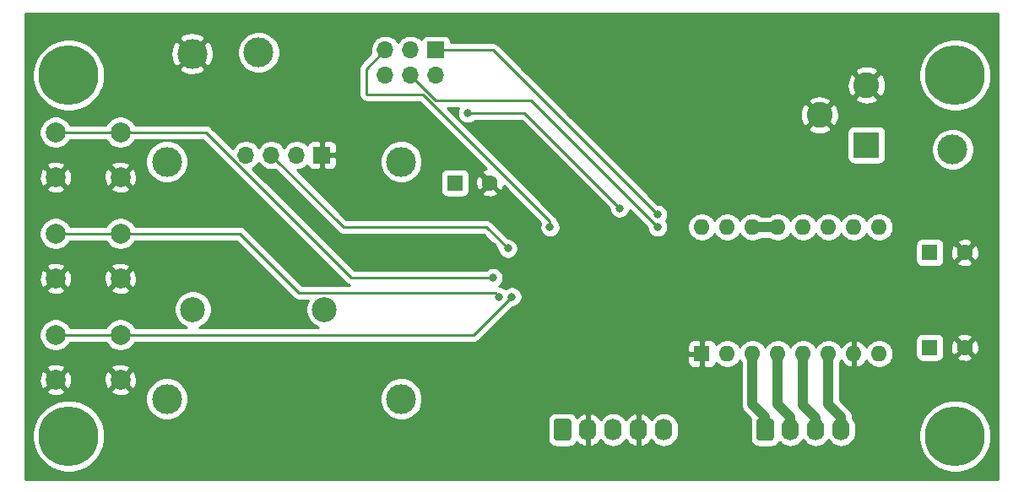
<source format=gbr>
G04 #@! TF.GenerationSoftware,KiCad,Pcbnew,(5.1.10)-1*
G04 #@! TF.CreationDate,2021-11-16T09:58:39-05:00*
G04 #@! TF.ProjectId,KittyCaddyV2,4b697474-7943-4616-9464-7956322e6b69,rev?*
G04 #@! TF.SameCoordinates,Original*
G04 #@! TF.FileFunction,Copper,L2,Bot*
G04 #@! TF.FilePolarity,Positive*
%FSLAX46Y46*%
G04 Gerber Fmt 4.6, Leading zero omitted, Abs format (unit mm)*
G04 Created by KiCad (PCBNEW (5.1.10)-1) date 2021-11-16 09:58:39*
%MOMM*%
%LPD*%
G01*
G04 APERTURE LIST*
G04 #@! TA.AperFunction,ComponentPad*
%ADD10C,3.000000*%
G04 #@! TD*
G04 #@! TA.AperFunction,ComponentPad*
%ADD11C,2.500000*%
G04 #@! TD*
G04 #@! TA.AperFunction,ComponentPad*
%ADD12C,1.600000*%
G04 #@! TD*
G04 #@! TA.AperFunction,ComponentPad*
%ADD13R,1.600000X1.600000*%
G04 #@! TD*
G04 #@! TA.AperFunction,ComponentPad*
%ADD14C,6.000000*%
G04 #@! TD*
G04 #@! TA.AperFunction,ComponentPad*
%ADD15C,2.000000*%
G04 #@! TD*
G04 #@! TA.AperFunction,ComponentPad*
%ADD16O,1.740000X2.190000*%
G04 #@! TD*
G04 #@! TA.AperFunction,ComponentPad*
%ADD17O,1.700000X1.700000*%
G04 #@! TD*
G04 #@! TA.AperFunction,ComponentPad*
%ADD18R,1.700000X1.700000*%
G04 #@! TD*
G04 #@! TA.AperFunction,ComponentPad*
%ADD19C,2.600000*%
G04 #@! TD*
G04 #@! TA.AperFunction,ComponentPad*
%ADD20R,2.600000X2.600000*%
G04 #@! TD*
G04 #@! TA.AperFunction,ComponentPad*
%ADD21O,1.600000X1.600000*%
G04 #@! TD*
G04 #@! TA.AperFunction,ViaPad*
%ADD22C,0.800000*%
G04 #@! TD*
G04 #@! TA.AperFunction,Conductor*
%ADD23C,1.000000*%
G04 #@! TD*
G04 #@! TA.AperFunction,Conductor*
%ADD24C,0.250000*%
G04 #@! TD*
G04 #@! TA.AperFunction,Conductor*
%ADD25C,0.254000*%
G04 #@! TD*
G04 #@! TA.AperFunction,Conductor*
%ADD26C,0.100000*%
G04 #@! TD*
G04 APERTURE END LIST*
D10*
G04 #@! TO.P,TP3,1*
G04 #@! TO.N,GND*
X96202500Y-67691000D03*
G04 #@! TD*
G04 #@! TO.P,TP2,1*
G04 #@! TO.N,+5V*
X102870000Y-67564000D03*
G04 #@! TD*
G04 #@! TO.P,TP1,1*
G04 #@! TO.N,+12V*
X172466000Y-77279500D03*
G04 #@! TD*
D11*
G04 #@! TO.P,BT1,1*
G04 #@! TO.N,/VBAT*
X96270000Y-93345000D03*
X109470000Y-93345000D03*
G04 #@! TD*
D12*
G04 #@! TO.P,C10,2*
G04 #@! TO.N,GND*
X126055000Y-80645000D03*
D13*
G04 #@! TO.P,C10,1*
G04 #@! TO.N,+5V*
X122555000Y-80645000D03*
G04 #@! TD*
D12*
G04 #@! TO.P,C3,2*
G04 #@! TO.N,GND*
X173680000Y-87630000D03*
D13*
G04 #@! TO.P,C3,1*
G04 #@! TO.N,+12V*
X170180000Y-87630000D03*
G04 #@! TD*
D12*
G04 #@! TO.P,C2,2*
G04 #@! TO.N,GND*
X173680000Y-97155000D03*
D13*
G04 #@! TO.P,C2,1*
G04 #@! TO.N,+12V*
X170180000Y-97155000D03*
G04 #@! TD*
D14*
G04 #@! TO.P,H4,1*
G04 #@! TO.N,N/C*
X172720000Y-106045000D03*
G04 #@! TD*
G04 #@! TO.P,H3,1*
G04 #@! TO.N,N/C*
X83820000Y-106045000D03*
G04 #@! TD*
G04 #@! TO.P,H2,1*
G04 #@! TO.N,N/C*
X172720000Y-69850000D03*
G04 #@! TD*
G04 #@! TO.P,H1,1*
G04 #@! TO.N,N/C*
X83820000Y-69850000D03*
G04 #@! TD*
D15*
G04 #@! TO.P,SW3,1*
G04 #@! TO.N,GND*
X89000400Y-100395600D03*
G04 #@! TO.P,SW3,2*
G04 #@! TO.N,SW_DOWN*
X89000400Y-95895600D03*
G04 #@! TO.P,SW3,1*
G04 #@! TO.N,GND*
X82500400Y-100395600D03*
G04 #@! TO.P,SW3,2*
G04 #@! TO.N,SW_DOWN*
X82500400Y-95895600D03*
G04 #@! TD*
G04 #@! TO.P,SW2,1*
G04 #@! TO.N,GND*
X89000400Y-90235600D03*
G04 #@! TO.P,SW2,2*
G04 #@! TO.N,SW_MID*
X89000400Y-85735600D03*
G04 #@! TO.P,SW2,1*
G04 #@! TO.N,GND*
X82500400Y-90235600D03*
G04 #@! TO.P,SW2,2*
G04 #@! TO.N,SW_MID*
X82500400Y-85735600D03*
G04 #@! TD*
G04 #@! TO.P,SW1,1*
G04 #@! TO.N,GND*
X89000400Y-80075600D03*
G04 #@! TO.P,SW1,2*
G04 #@! TO.N,SW_UP*
X89000400Y-75575600D03*
G04 #@! TO.P,SW1,1*
G04 #@! TO.N,GND*
X82500400Y-80075600D03*
G04 #@! TO.P,SW1,2*
G04 #@! TO.N,SW_UP*
X82500400Y-75575600D03*
G04 #@! TD*
D16*
G04 #@! TO.P,J3,4*
G04 #@! TO.N,Net-(A1-Pad6)*
X161290000Y-105410000D03*
G04 #@! TO.P,J3,3*
G04 #@! TO.N,Net-(A1-Pad5)*
X158750000Y-105410000D03*
G04 #@! TO.P,J3,2*
G04 #@! TO.N,Net-(A1-Pad4)*
X156210000Y-105410000D03*
G04 #@! TO.P,J3,1*
G04 #@! TO.N,Net-(A1-Pad3)*
G04 #@! TA.AperFunction,ComponentPad*
G36*
G01*
X152800000Y-106255001D02*
X152800000Y-104564999D01*
G75*
G02*
X153049999Y-104315000I249999J0D01*
G01*
X154290001Y-104315000D01*
G75*
G02*
X154540000Y-104564999I0J-249999D01*
G01*
X154540000Y-106255001D01*
G75*
G02*
X154290001Y-106505000I-249999J0D01*
G01*
X153049999Y-106505000D01*
G75*
G02*
X152800000Y-106255001I0J249999D01*
G01*
G37*
G04 #@! TD.AperFunction*
G04 #@! TD*
G04 #@! TO.P,J2,5*
G04 #@! TO.N,HOMING*
X143510000Y-105410000D03*
G04 #@! TO.P,J2,4*
G04 #@! TO.N,GND*
X140970000Y-105410000D03*
G04 #@! TO.P,J2,3*
G04 #@! TO.N,Net-(J2-Pad3)*
X138430000Y-105410000D03*
G04 #@! TO.P,J2,2*
G04 #@! TO.N,GND*
X135890000Y-105410000D03*
G04 #@! TO.P,J2,1*
G04 #@! TO.N,Net-(J2-Pad1)*
G04 #@! TA.AperFunction,ComponentPad*
G36*
G01*
X132480000Y-106255001D02*
X132480000Y-104564999D01*
G75*
G02*
X132729999Y-104315000I249999J0D01*
G01*
X133970001Y-104315000D01*
G75*
G02*
X134220000Y-104564999I0J-249999D01*
G01*
X134220000Y-106255001D01*
G75*
G02*
X133970001Y-106505000I-249999J0D01*
G01*
X132729999Y-106505000D01*
G75*
G02*
X132480000Y-106255001I0J249999D01*
G01*
G37*
G04 #@! TD.AperFunction*
G04 #@! TD*
D17*
G04 #@! TO.P,J4,6*
G04 #@! TO.N,GND*
X115570000Y-69850000D03*
G04 #@! TO.P,J4,5*
G04 #@! TO.N,SS_RESET*
X115570000Y-67310000D03*
G04 #@! TO.P,J4,4*
G04 #@! TO.N,MOSI*
X118110000Y-69850000D03*
G04 #@! TO.P,J4,3*
G04 #@! TO.N,SCK*
X118110000Y-67310000D03*
G04 #@! TO.P,J4,2*
G04 #@! TO.N,+5V*
X120650000Y-69850000D03*
D18*
G04 #@! TO.P,J4,1*
G04 #@! TO.N,MISO*
X120650000Y-67310000D03*
G04 #@! TD*
D19*
G04 #@! TO.P,J1,MP*
G04 #@! TO.N,GND*
X159130000Y-73835000D03*
G04 #@! TO.P,J1,2*
X163830000Y-70835000D03*
D20*
G04 #@! TO.P,J1,1*
G04 #@! TO.N,+12V*
X163830000Y-76835000D03*
G04 #@! TD*
D18*
G04 #@! TO.P,DS1,1*
G04 #@! TO.N,GND*
X109220000Y-77867000D03*
D17*
G04 #@! TO.P,DS1,2*
G04 #@! TO.N,+5V*
X106680000Y-77867000D03*
G04 #@! TO.P,DS1,3*
G04 #@! TO.N,SCL*
X104140000Y-77867000D03*
G04 #@! TO.P,DS1,4*
G04 #@! TO.N,SDA*
X101600000Y-77867000D03*
D10*
G04 #@! TO.P,DS1,~*
G04 #@! TO.N,N/C*
X117160000Y-78524000D03*
X93660000Y-78524000D03*
X93660000Y-102324000D03*
X117160000Y-102324000D03*
G04 #@! TD*
D21*
G04 #@! TO.P,A1,16*
G04 #@! TO.N,DIR*
X147320000Y-85090000D03*
G04 #@! TO.P,A1,8*
G04 #@! TO.N,+12V*
X165100000Y-97790000D03*
G04 #@! TO.P,A1,15*
G04 #@! TO.N,STEP*
X149860000Y-85090000D03*
G04 #@! TO.P,A1,7*
G04 #@! TO.N,GND*
X162560000Y-97790000D03*
G04 #@! TO.P,A1,14*
G04 #@! TO.N,Net-(A1-Pad13)*
X152400000Y-85090000D03*
G04 #@! TO.P,A1,6*
G04 #@! TO.N,Net-(A1-Pad6)*
X160020000Y-97790000D03*
G04 #@! TO.P,A1,13*
G04 #@! TO.N,Net-(A1-Pad13)*
X154940000Y-85090000D03*
G04 #@! TO.P,A1,5*
G04 #@! TO.N,Net-(A1-Pad5)*
X157480000Y-97790000D03*
G04 #@! TO.P,A1,12*
G04 #@! TO.N,MS3*
X157480000Y-85090000D03*
G04 #@! TO.P,A1,4*
G04 #@! TO.N,Net-(A1-Pad4)*
X154940000Y-97790000D03*
G04 #@! TO.P,A1,11*
G04 #@! TO.N,MS2*
X160020000Y-85090000D03*
G04 #@! TO.P,A1,3*
G04 #@! TO.N,Net-(A1-Pad3)*
X152400000Y-97790000D03*
G04 #@! TO.P,A1,10*
G04 #@! TO.N,MS1*
X162560000Y-85090000D03*
G04 #@! TO.P,A1,2*
G04 #@! TO.N,+5V*
X149860000Y-97790000D03*
G04 #@! TO.P,A1,9*
G04 #@! TO.N,STEP_EN*
X165100000Y-85090000D03*
D13*
G04 #@! TO.P,A1,1*
G04 #@! TO.N,GND*
X147320000Y-97790000D03*
G04 #@! TD*
D22*
G04 #@! TO.N,GND*
X137160000Y-93980000D03*
X134220000Y-89935000D03*
X102870000Y-89535000D03*
X112395000Y-86995000D03*
X126365000Y-86995000D03*
X140335000Y-68580000D03*
G04 #@! TO.N,SCL*
X127870000Y-87230000D03*
G04 #@! TO.N,SS_RESET*
X132080000Y-85090000D03*
G04 #@! TO.N,MOSI*
X142875000Y-85090000D03*
G04 #@! TO.N,SCK*
X139065000Y-83185000D03*
X123825000Y-73660000D03*
G04 #@! TO.N,MISO*
X142875000Y-83820000D03*
G04 #@! TO.N,SW_UP*
X126365000Y-90170000D03*
G04 #@! TO.N,SW_MID*
X127000000Y-92075000D03*
G04 #@! TO.N,SW_DOWN*
X128270000Y-92075000D03*
G04 #@! TD*
D23*
G04 #@! TO.N,Net-(A1-Pad13)*
X152400000Y-85090000D02*
X154940000Y-85090000D01*
G04 #@! TO.N,Net-(A1-Pad6)*
X160020000Y-97790000D02*
X160020000Y-102870000D01*
X161290000Y-104140000D02*
X161290000Y-105410000D01*
X160020000Y-102870000D02*
X161290000Y-104140000D01*
G04 #@! TO.N,Net-(A1-Pad5)*
X157480000Y-97790000D02*
X157480000Y-102933500D01*
X158750000Y-104203500D02*
X158750000Y-105410000D01*
X157480000Y-102933500D02*
X158750000Y-104203500D01*
G04 #@! TO.N,Net-(A1-Pad4)*
X154940000Y-97790000D02*
X154940000Y-102870000D01*
X156210000Y-104140000D02*
X156210000Y-105410000D01*
X154940000Y-102870000D02*
X156210000Y-104140000D01*
G04 #@! TO.N,Net-(A1-Pad3)*
X152400000Y-97790000D02*
X152400000Y-102870000D01*
X153670000Y-104140000D02*
X153670000Y-105410000D01*
X152400000Y-102870000D02*
X153670000Y-104140000D01*
D24*
G04 #@! TO.N,SCL*
X104140000Y-77867000D02*
X111363000Y-85090000D01*
X125730000Y-85090000D02*
X127870000Y-87230000D01*
X111363000Y-85090000D02*
X125730000Y-85090000D01*
G04 #@! TO.N,SS_RESET*
X113665000Y-69215000D02*
X115570000Y-67310000D01*
X113665000Y-71755000D02*
X113665000Y-69215000D01*
X119310685Y-71755000D02*
X113665000Y-71755000D01*
X132080000Y-84524315D02*
X119310685Y-71755000D01*
X132080000Y-85090000D02*
X132080000Y-84524315D01*
G04 #@! TO.N,MOSI*
X142875000Y-85090000D02*
X130175000Y-72390000D01*
X120650000Y-72390000D02*
X118110000Y-69850000D01*
X130175000Y-72390000D02*
X120650000Y-72390000D01*
G04 #@! TO.N,SCK*
X129540000Y-73660000D02*
X123825000Y-73660000D01*
X139065000Y-83185000D02*
X129540000Y-73660000D01*
G04 #@! TO.N,MISO*
X126365000Y-67310000D02*
X142875000Y-83820000D01*
X120650000Y-67310000D02*
X126365000Y-67310000D01*
G04 #@! TO.N,SW_UP*
X97569598Y-75575600D02*
X89000400Y-75575600D01*
X112163998Y-90170000D02*
X97569598Y-75575600D01*
X126365000Y-90170000D02*
X112163998Y-90170000D01*
X82500400Y-75575600D02*
X89000400Y-75575600D01*
G04 #@! TO.N,SW_MID*
X126600001Y-91675001D02*
X106915001Y-91675001D01*
X127000000Y-92075000D02*
X126600001Y-91675001D01*
X100975600Y-85735600D02*
X89000400Y-85735600D01*
X106915001Y-91675001D02*
X100975600Y-85735600D01*
X82500400Y-85735600D02*
X89000400Y-85735600D01*
G04 #@! TO.N,SW_DOWN*
X124449400Y-95895600D02*
X89000400Y-95895600D01*
X128270000Y-92075000D02*
X124449400Y-95895600D01*
X82500400Y-95895600D02*
X89000400Y-95895600D01*
G04 #@! TD*
D25*
G04 #@! TO.N,GND*
X177038000Y-110363000D02*
X79502000Y-110363000D01*
X79502000Y-105686984D01*
X80185000Y-105686984D01*
X80185000Y-106403016D01*
X80324691Y-107105290D01*
X80598705Y-107766818D01*
X80996511Y-108362177D01*
X81502823Y-108868489D01*
X82098182Y-109266295D01*
X82759710Y-109540309D01*
X83461984Y-109680000D01*
X84178016Y-109680000D01*
X84880290Y-109540309D01*
X85541818Y-109266295D01*
X86137177Y-108868489D01*
X86643489Y-108362177D01*
X87041295Y-107766818D01*
X87315309Y-107105290D01*
X87455000Y-106403016D01*
X87455000Y-105686984D01*
X87315309Y-104984710D01*
X87141459Y-104564999D01*
X131841928Y-104564999D01*
X131841928Y-106255001D01*
X131858992Y-106428255D01*
X131909528Y-106594851D01*
X131991595Y-106748387D01*
X132102038Y-106882962D01*
X132236613Y-106993405D01*
X132390149Y-107075472D01*
X132556745Y-107126008D01*
X132729999Y-107143072D01*
X133970001Y-107143072D01*
X134143255Y-107126008D01*
X134309851Y-107075472D01*
X134463387Y-106993405D01*
X134597962Y-106882962D01*
X134708405Y-106748387D01*
X134766655Y-106639410D01*
X134923674Y-106798306D01*
X135169191Y-106964474D01*
X135442409Y-107079551D01*
X135529969Y-107096302D01*
X135763000Y-106975246D01*
X135763000Y-105537000D01*
X135743000Y-105537000D01*
X135743000Y-105283000D01*
X135763000Y-105283000D01*
X135763000Y-103844754D01*
X136017000Y-103844754D01*
X136017000Y-105283000D01*
X136037000Y-105283000D01*
X136037000Y-105537000D01*
X136017000Y-105537000D01*
X136017000Y-106975246D01*
X136250031Y-107096302D01*
X136337591Y-107079551D01*
X136610809Y-106964474D01*
X136856326Y-106798306D01*
X137064708Y-106587433D01*
X137157440Y-106446848D01*
X137172583Y-106475179D01*
X137360655Y-106704345D01*
X137589822Y-106892417D01*
X137851276Y-107032166D01*
X138134969Y-107118224D01*
X138430000Y-107147282D01*
X138725032Y-107118224D01*
X139008725Y-107032166D01*
X139270179Y-106892417D01*
X139499345Y-106704345D01*
X139687417Y-106475179D01*
X139702560Y-106446848D01*
X139795292Y-106587433D01*
X140003674Y-106798306D01*
X140249191Y-106964474D01*
X140522409Y-107079551D01*
X140609969Y-107096302D01*
X140843000Y-106975246D01*
X140843000Y-105537000D01*
X140823000Y-105537000D01*
X140823000Y-105283000D01*
X140843000Y-105283000D01*
X140843000Y-103844754D01*
X141097000Y-103844754D01*
X141097000Y-105283000D01*
X141117000Y-105283000D01*
X141117000Y-105537000D01*
X141097000Y-105537000D01*
X141097000Y-106975246D01*
X141330031Y-107096302D01*
X141417591Y-107079551D01*
X141690809Y-106964474D01*
X141936326Y-106798306D01*
X142144708Y-106587433D01*
X142237440Y-106446848D01*
X142252583Y-106475179D01*
X142440655Y-106704345D01*
X142669822Y-106892417D01*
X142931276Y-107032166D01*
X143214969Y-107118224D01*
X143510000Y-107147282D01*
X143805032Y-107118224D01*
X144088725Y-107032166D01*
X144350179Y-106892417D01*
X144579345Y-106704345D01*
X144767417Y-106475179D01*
X144907166Y-106213724D01*
X144993224Y-105930031D01*
X145015000Y-105708935D01*
X145015000Y-105111064D01*
X144993224Y-104889968D01*
X144907166Y-104606275D01*
X144767417Y-104344821D01*
X144579345Y-104115655D01*
X144350178Y-103927583D01*
X144088724Y-103787834D01*
X143805031Y-103701776D01*
X143510000Y-103672718D01*
X143214968Y-103701776D01*
X142931275Y-103787834D01*
X142669821Y-103927583D01*
X142440655Y-104115655D01*
X142252583Y-104344822D01*
X142237440Y-104373152D01*
X142144708Y-104232567D01*
X141936326Y-104021694D01*
X141690809Y-103855526D01*
X141417591Y-103740449D01*
X141330031Y-103723698D01*
X141097000Y-103844754D01*
X140843000Y-103844754D01*
X140609969Y-103723698D01*
X140522409Y-103740449D01*
X140249191Y-103855526D01*
X140003674Y-104021694D01*
X139795292Y-104232567D01*
X139702560Y-104373152D01*
X139687417Y-104344821D01*
X139499345Y-104115655D01*
X139270178Y-103927583D01*
X139008724Y-103787834D01*
X138725031Y-103701776D01*
X138430000Y-103672718D01*
X138134968Y-103701776D01*
X137851275Y-103787834D01*
X137589821Y-103927583D01*
X137360655Y-104115655D01*
X137172583Y-104344822D01*
X137157440Y-104373152D01*
X137064708Y-104232567D01*
X136856326Y-104021694D01*
X136610809Y-103855526D01*
X136337591Y-103740449D01*
X136250031Y-103723698D01*
X136017000Y-103844754D01*
X135763000Y-103844754D01*
X135529969Y-103723698D01*
X135442409Y-103740449D01*
X135169191Y-103855526D01*
X134923674Y-104021694D01*
X134766655Y-104180590D01*
X134708405Y-104071613D01*
X134597962Y-103937038D01*
X134463387Y-103826595D01*
X134309851Y-103744528D01*
X134143255Y-103693992D01*
X133970001Y-103676928D01*
X132729999Y-103676928D01*
X132556745Y-103693992D01*
X132390149Y-103744528D01*
X132236613Y-103826595D01*
X132102038Y-103937038D01*
X131991595Y-104071613D01*
X131909528Y-104225149D01*
X131858992Y-104391745D01*
X131841928Y-104564999D01*
X87141459Y-104564999D01*
X87041295Y-104323182D01*
X86643489Y-103727823D01*
X86137177Y-103221511D01*
X85541818Y-102823705D01*
X84880290Y-102549691D01*
X84178016Y-102410000D01*
X83461984Y-102410000D01*
X82759710Y-102549691D01*
X82098182Y-102823705D01*
X81502823Y-103221511D01*
X80996511Y-103727823D01*
X80598705Y-104323182D01*
X80324691Y-104984710D01*
X80185000Y-105686984D01*
X79502000Y-105686984D01*
X79502000Y-102113721D01*
X91525000Y-102113721D01*
X91525000Y-102534279D01*
X91607047Y-102946756D01*
X91767988Y-103335302D01*
X92001637Y-103684983D01*
X92299017Y-103982363D01*
X92648698Y-104216012D01*
X93037244Y-104376953D01*
X93449721Y-104459000D01*
X93870279Y-104459000D01*
X94282756Y-104376953D01*
X94671302Y-104216012D01*
X95020983Y-103982363D01*
X95318363Y-103684983D01*
X95552012Y-103335302D01*
X95712953Y-102946756D01*
X95795000Y-102534279D01*
X95795000Y-102113721D01*
X115025000Y-102113721D01*
X115025000Y-102534279D01*
X115107047Y-102946756D01*
X115267988Y-103335302D01*
X115501637Y-103684983D01*
X115799017Y-103982363D01*
X116148698Y-104216012D01*
X116537244Y-104376953D01*
X116949721Y-104459000D01*
X117370279Y-104459000D01*
X117782756Y-104376953D01*
X118171302Y-104216012D01*
X118520983Y-103982363D01*
X118818363Y-103684983D01*
X119052012Y-103335302D01*
X119212953Y-102946756D01*
X119295000Y-102534279D01*
X119295000Y-102113721D01*
X119212953Y-101701244D01*
X119052012Y-101312698D01*
X118818363Y-100963017D01*
X118520983Y-100665637D01*
X118171302Y-100431988D01*
X117782756Y-100271047D01*
X117370279Y-100189000D01*
X116949721Y-100189000D01*
X116537244Y-100271047D01*
X116148698Y-100431988D01*
X115799017Y-100665637D01*
X115501637Y-100963017D01*
X115267988Y-101312698D01*
X115107047Y-101701244D01*
X115025000Y-102113721D01*
X95795000Y-102113721D01*
X95712953Y-101701244D01*
X95552012Y-101312698D01*
X95318363Y-100963017D01*
X95020983Y-100665637D01*
X94671302Y-100431988D01*
X94282756Y-100271047D01*
X93870279Y-100189000D01*
X93449721Y-100189000D01*
X93037244Y-100271047D01*
X92648698Y-100431988D01*
X92299017Y-100665637D01*
X92001637Y-100963017D01*
X91767988Y-101312698D01*
X91607047Y-101701244D01*
X91525000Y-102113721D01*
X79502000Y-102113721D01*
X79502000Y-101531013D01*
X81544592Y-101531013D01*
X81640356Y-101795414D01*
X81929971Y-101936304D01*
X82241508Y-102017984D01*
X82562995Y-102037318D01*
X82882075Y-101993561D01*
X83186488Y-101888395D01*
X83360444Y-101795414D01*
X83456208Y-101531013D01*
X88044592Y-101531013D01*
X88140356Y-101795414D01*
X88429971Y-101936304D01*
X88741508Y-102017984D01*
X89062995Y-102037318D01*
X89382075Y-101993561D01*
X89686488Y-101888395D01*
X89860444Y-101795414D01*
X89956208Y-101531013D01*
X89000400Y-100575205D01*
X88044592Y-101531013D01*
X83456208Y-101531013D01*
X82500400Y-100575205D01*
X81544592Y-101531013D01*
X79502000Y-101531013D01*
X79502000Y-100458195D01*
X80858682Y-100458195D01*
X80902439Y-100777275D01*
X81007605Y-101081688D01*
X81100586Y-101255644D01*
X81364987Y-101351408D01*
X82320795Y-100395600D01*
X82680005Y-100395600D01*
X83635813Y-101351408D01*
X83900214Y-101255644D01*
X84041104Y-100966029D01*
X84122784Y-100654492D01*
X84134589Y-100458195D01*
X87358682Y-100458195D01*
X87402439Y-100777275D01*
X87507605Y-101081688D01*
X87600586Y-101255644D01*
X87864987Y-101351408D01*
X88820795Y-100395600D01*
X89180005Y-100395600D01*
X90135813Y-101351408D01*
X90400214Y-101255644D01*
X90541104Y-100966029D01*
X90622784Y-100654492D01*
X90642118Y-100333005D01*
X90598361Y-100013925D01*
X90493195Y-99709512D01*
X90400214Y-99535556D01*
X90135813Y-99439792D01*
X89180005Y-100395600D01*
X88820795Y-100395600D01*
X87864987Y-99439792D01*
X87600586Y-99535556D01*
X87459696Y-99825171D01*
X87378016Y-100136708D01*
X87358682Y-100458195D01*
X84134589Y-100458195D01*
X84142118Y-100333005D01*
X84098361Y-100013925D01*
X83993195Y-99709512D01*
X83900214Y-99535556D01*
X83635813Y-99439792D01*
X82680005Y-100395600D01*
X82320795Y-100395600D01*
X81364987Y-99439792D01*
X81100586Y-99535556D01*
X80959696Y-99825171D01*
X80878016Y-100136708D01*
X80858682Y-100458195D01*
X79502000Y-100458195D01*
X79502000Y-99260187D01*
X81544592Y-99260187D01*
X82500400Y-100215995D01*
X83456208Y-99260187D01*
X88044592Y-99260187D01*
X89000400Y-100215995D01*
X89956208Y-99260187D01*
X89860444Y-98995786D01*
X89570829Y-98854896D01*
X89259292Y-98773216D01*
X88937805Y-98753882D01*
X88618725Y-98797639D01*
X88314312Y-98902805D01*
X88140356Y-98995786D01*
X88044592Y-99260187D01*
X83456208Y-99260187D01*
X83360444Y-98995786D01*
X83070829Y-98854896D01*
X82759292Y-98773216D01*
X82437805Y-98753882D01*
X82118725Y-98797639D01*
X81814312Y-98902805D01*
X81640356Y-98995786D01*
X81544592Y-99260187D01*
X79502000Y-99260187D01*
X79502000Y-98590000D01*
X145881928Y-98590000D01*
X145894188Y-98714482D01*
X145930498Y-98834180D01*
X145989463Y-98944494D01*
X146068815Y-99041185D01*
X146165506Y-99120537D01*
X146275820Y-99179502D01*
X146395518Y-99215812D01*
X146520000Y-99228072D01*
X147034250Y-99225000D01*
X147193000Y-99066250D01*
X147193000Y-97917000D01*
X146043750Y-97917000D01*
X145885000Y-98075750D01*
X145881928Y-98590000D01*
X79502000Y-98590000D01*
X79502000Y-91371013D01*
X81544592Y-91371013D01*
X81640356Y-91635414D01*
X81929971Y-91776304D01*
X82241508Y-91857984D01*
X82562995Y-91877318D01*
X82882075Y-91833561D01*
X83186488Y-91728395D01*
X83360444Y-91635414D01*
X83456208Y-91371013D01*
X88044592Y-91371013D01*
X88140356Y-91635414D01*
X88429971Y-91776304D01*
X88741508Y-91857984D01*
X89062995Y-91877318D01*
X89382075Y-91833561D01*
X89686488Y-91728395D01*
X89860444Y-91635414D01*
X89956208Y-91371013D01*
X89000400Y-90415205D01*
X88044592Y-91371013D01*
X83456208Y-91371013D01*
X82500400Y-90415205D01*
X81544592Y-91371013D01*
X79502000Y-91371013D01*
X79502000Y-90298195D01*
X80858682Y-90298195D01*
X80902439Y-90617275D01*
X81007605Y-90921688D01*
X81100586Y-91095644D01*
X81364987Y-91191408D01*
X82320795Y-90235600D01*
X82680005Y-90235600D01*
X83635813Y-91191408D01*
X83900214Y-91095644D01*
X84041104Y-90806029D01*
X84122784Y-90494492D01*
X84134589Y-90298195D01*
X87358682Y-90298195D01*
X87402439Y-90617275D01*
X87507605Y-90921688D01*
X87600586Y-91095644D01*
X87864987Y-91191408D01*
X88820795Y-90235600D01*
X89180005Y-90235600D01*
X90135813Y-91191408D01*
X90400214Y-91095644D01*
X90541104Y-90806029D01*
X90622784Y-90494492D01*
X90642118Y-90173005D01*
X90598361Y-89853925D01*
X90493195Y-89549512D01*
X90400214Y-89375556D01*
X90135813Y-89279792D01*
X89180005Y-90235600D01*
X88820795Y-90235600D01*
X87864987Y-89279792D01*
X87600586Y-89375556D01*
X87459696Y-89665171D01*
X87378016Y-89976708D01*
X87358682Y-90298195D01*
X84134589Y-90298195D01*
X84142118Y-90173005D01*
X84098361Y-89853925D01*
X83993195Y-89549512D01*
X83900214Y-89375556D01*
X83635813Y-89279792D01*
X82680005Y-90235600D01*
X82320795Y-90235600D01*
X81364987Y-89279792D01*
X81100586Y-89375556D01*
X80959696Y-89665171D01*
X80878016Y-89976708D01*
X80858682Y-90298195D01*
X79502000Y-90298195D01*
X79502000Y-89100187D01*
X81544592Y-89100187D01*
X82500400Y-90055995D01*
X83456208Y-89100187D01*
X88044592Y-89100187D01*
X89000400Y-90055995D01*
X89956208Y-89100187D01*
X89860444Y-88835786D01*
X89570829Y-88694896D01*
X89259292Y-88613216D01*
X88937805Y-88593882D01*
X88618725Y-88637639D01*
X88314312Y-88742805D01*
X88140356Y-88835786D01*
X88044592Y-89100187D01*
X83456208Y-89100187D01*
X83360444Y-88835786D01*
X83070829Y-88694896D01*
X82759292Y-88613216D01*
X82437805Y-88593882D01*
X82118725Y-88637639D01*
X81814312Y-88742805D01*
X81640356Y-88835786D01*
X81544592Y-89100187D01*
X79502000Y-89100187D01*
X79502000Y-81211013D01*
X81544592Y-81211013D01*
X81640356Y-81475414D01*
X81929971Y-81616304D01*
X82241508Y-81697984D01*
X82562995Y-81717318D01*
X82882075Y-81673561D01*
X83186488Y-81568395D01*
X83360444Y-81475414D01*
X83456208Y-81211013D01*
X88044592Y-81211013D01*
X88140356Y-81475414D01*
X88429971Y-81616304D01*
X88741508Y-81697984D01*
X89062995Y-81717318D01*
X89382075Y-81673561D01*
X89686488Y-81568395D01*
X89860444Y-81475414D01*
X89956208Y-81211013D01*
X89000400Y-80255205D01*
X88044592Y-81211013D01*
X83456208Y-81211013D01*
X82500400Y-80255205D01*
X81544592Y-81211013D01*
X79502000Y-81211013D01*
X79502000Y-80138195D01*
X80858682Y-80138195D01*
X80902439Y-80457275D01*
X81007605Y-80761688D01*
X81100586Y-80935644D01*
X81364987Y-81031408D01*
X82320795Y-80075600D01*
X82680005Y-80075600D01*
X83635813Y-81031408D01*
X83900214Y-80935644D01*
X84041104Y-80646029D01*
X84122784Y-80334492D01*
X84134589Y-80138195D01*
X87358682Y-80138195D01*
X87402439Y-80457275D01*
X87507605Y-80761688D01*
X87600586Y-80935644D01*
X87864987Y-81031408D01*
X88820795Y-80075600D01*
X89180005Y-80075600D01*
X90135813Y-81031408D01*
X90400214Y-80935644D01*
X90541104Y-80646029D01*
X90622784Y-80334492D01*
X90642118Y-80013005D01*
X90598361Y-79693925D01*
X90493195Y-79389512D01*
X90400214Y-79215556D01*
X90135813Y-79119792D01*
X89180005Y-80075600D01*
X88820795Y-80075600D01*
X87864987Y-79119792D01*
X87600586Y-79215556D01*
X87459696Y-79505171D01*
X87378016Y-79816708D01*
X87358682Y-80138195D01*
X84134589Y-80138195D01*
X84142118Y-80013005D01*
X84098361Y-79693925D01*
X83993195Y-79389512D01*
X83900214Y-79215556D01*
X83635813Y-79119792D01*
X82680005Y-80075600D01*
X82320795Y-80075600D01*
X81364987Y-79119792D01*
X81100586Y-79215556D01*
X80959696Y-79505171D01*
X80878016Y-79816708D01*
X80858682Y-80138195D01*
X79502000Y-80138195D01*
X79502000Y-78940187D01*
X81544592Y-78940187D01*
X82500400Y-79895995D01*
X83456208Y-78940187D01*
X88044592Y-78940187D01*
X89000400Y-79895995D01*
X89956208Y-78940187D01*
X89860444Y-78675786D01*
X89570829Y-78534896D01*
X89259292Y-78453216D01*
X88937805Y-78433882D01*
X88618725Y-78477639D01*
X88314312Y-78582805D01*
X88140356Y-78675786D01*
X88044592Y-78940187D01*
X83456208Y-78940187D01*
X83360444Y-78675786D01*
X83070829Y-78534896D01*
X82759292Y-78453216D01*
X82437805Y-78433882D01*
X82118725Y-78477639D01*
X81814312Y-78582805D01*
X81640356Y-78675786D01*
X81544592Y-78940187D01*
X79502000Y-78940187D01*
X79502000Y-78313721D01*
X91525000Y-78313721D01*
X91525000Y-78734279D01*
X91607047Y-79146756D01*
X91767988Y-79535302D01*
X92001637Y-79884983D01*
X92299017Y-80182363D01*
X92648698Y-80416012D01*
X93037244Y-80576953D01*
X93449721Y-80659000D01*
X93870279Y-80659000D01*
X94282756Y-80576953D01*
X94671302Y-80416012D01*
X95020983Y-80182363D01*
X95318363Y-79884983D01*
X95552012Y-79535302D01*
X95712953Y-79146756D01*
X95795000Y-78734279D01*
X95795000Y-78313721D01*
X95712953Y-77901244D01*
X95552012Y-77512698D01*
X95318363Y-77163017D01*
X95020983Y-76865637D01*
X94671302Y-76631988D01*
X94282756Y-76471047D01*
X93870279Y-76389000D01*
X93449721Y-76389000D01*
X93037244Y-76471047D01*
X92648698Y-76631988D01*
X92299017Y-76865637D01*
X92001637Y-77163017D01*
X91767988Y-77512698D01*
X91607047Y-77901244D01*
X91525000Y-78313721D01*
X79502000Y-78313721D01*
X79502000Y-75414567D01*
X80865400Y-75414567D01*
X80865400Y-75736633D01*
X80928232Y-76052512D01*
X81051482Y-76350063D01*
X81230413Y-76617852D01*
X81458148Y-76845587D01*
X81725937Y-77024518D01*
X82023488Y-77147768D01*
X82339367Y-77210600D01*
X82661433Y-77210600D01*
X82977312Y-77147768D01*
X83274863Y-77024518D01*
X83542652Y-76845587D01*
X83770387Y-76617852D01*
X83949318Y-76350063D01*
X83955309Y-76335600D01*
X87545491Y-76335600D01*
X87551482Y-76350063D01*
X87730413Y-76617852D01*
X87958148Y-76845587D01*
X88225937Y-77024518D01*
X88523488Y-77147768D01*
X88839367Y-77210600D01*
X89161433Y-77210600D01*
X89477312Y-77147768D01*
X89774863Y-77024518D01*
X90042652Y-76845587D01*
X90270387Y-76617852D01*
X90449318Y-76350063D01*
X90455309Y-76335600D01*
X97254797Y-76335600D01*
X111600203Y-90681008D01*
X111623997Y-90710001D01*
X111652990Y-90733795D01*
X111652994Y-90733799D01*
X111723683Y-90791811D01*
X111739722Y-90804974D01*
X111871751Y-90875546D01*
X112001819Y-90915001D01*
X107229804Y-90915001D01*
X101539404Y-85224603D01*
X101515601Y-85195599D01*
X101399876Y-85100626D01*
X101267847Y-85030054D01*
X101124586Y-84986597D01*
X101012933Y-84975600D01*
X101012922Y-84975600D01*
X100975600Y-84971924D01*
X100938278Y-84975600D01*
X90455309Y-84975600D01*
X90449318Y-84961137D01*
X90270387Y-84693348D01*
X90042652Y-84465613D01*
X89774863Y-84286682D01*
X89477312Y-84163432D01*
X89161433Y-84100600D01*
X88839367Y-84100600D01*
X88523488Y-84163432D01*
X88225937Y-84286682D01*
X87958148Y-84465613D01*
X87730413Y-84693348D01*
X87551482Y-84961137D01*
X87545491Y-84975600D01*
X83955309Y-84975600D01*
X83949318Y-84961137D01*
X83770387Y-84693348D01*
X83542652Y-84465613D01*
X83274863Y-84286682D01*
X82977312Y-84163432D01*
X82661433Y-84100600D01*
X82339367Y-84100600D01*
X82023488Y-84163432D01*
X81725937Y-84286682D01*
X81458148Y-84465613D01*
X81230413Y-84693348D01*
X81051482Y-84961137D01*
X80928232Y-85258688D01*
X80865400Y-85574567D01*
X80865400Y-85896633D01*
X80928232Y-86212512D01*
X81051482Y-86510063D01*
X81230413Y-86777852D01*
X81458148Y-87005587D01*
X81725937Y-87184518D01*
X82023488Y-87307768D01*
X82339367Y-87370600D01*
X82661433Y-87370600D01*
X82977312Y-87307768D01*
X83274863Y-87184518D01*
X83542652Y-87005587D01*
X83770387Y-86777852D01*
X83949318Y-86510063D01*
X83955309Y-86495600D01*
X87545491Y-86495600D01*
X87551482Y-86510063D01*
X87730413Y-86777852D01*
X87958148Y-87005587D01*
X88225937Y-87184518D01*
X88523488Y-87307768D01*
X88839367Y-87370600D01*
X89161433Y-87370600D01*
X89477312Y-87307768D01*
X89774863Y-87184518D01*
X90042652Y-87005587D01*
X90270387Y-86777852D01*
X90449318Y-86510063D01*
X90455309Y-86495600D01*
X100660799Y-86495600D01*
X106351206Y-92186009D01*
X106375000Y-92215002D01*
X106403993Y-92238796D01*
X106403997Y-92238800D01*
X106474686Y-92296812D01*
X106490725Y-92309975D01*
X106622754Y-92380547D01*
X106766015Y-92424004D01*
X106877668Y-92435001D01*
X106877677Y-92435001D01*
X106915000Y-92438677D01*
X106952323Y-92435001D01*
X107810971Y-92435001D01*
X107799534Y-92452118D01*
X107657439Y-92795166D01*
X107585000Y-93159344D01*
X107585000Y-93530656D01*
X107657439Y-93894834D01*
X107799534Y-94237882D01*
X108005825Y-94546618D01*
X108268382Y-94809175D01*
X108577118Y-95015466D01*
X108867147Y-95135600D01*
X96872853Y-95135600D01*
X97162882Y-95015466D01*
X97471618Y-94809175D01*
X97734175Y-94546618D01*
X97940466Y-94237882D01*
X98082561Y-93894834D01*
X98155000Y-93530656D01*
X98155000Y-93159344D01*
X98082561Y-92795166D01*
X97940466Y-92452118D01*
X97734175Y-92143382D01*
X97471618Y-91880825D01*
X97162882Y-91674534D01*
X96819834Y-91532439D01*
X96455656Y-91460000D01*
X96084344Y-91460000D01*
X95720166Y-91532439D01*
X95377118Y-91674534D01*
X95068382Y-91880825D01*
X94805825Y-92143382D01*
X94599534Y-92452118D01*
X94457439Y-92795166D01*
X94385000Y-93159344D01*
X94385000Y-93530656D01*
X94457439Y-93894834D01*
X94599534Y-94237882D01*
X94805825Y-94546618D01*
X95068382Y-94809175D01*
X95377118Y-95015466D01*
X95667147Y-95135600D01*
X90455309Y-95135600D01*
X90449318Y-95121137D01*
X90270387Y-94853348D01*
X90042652Y-94625613D01*
X89774863Y-94446682D01*
X89477312Y-94323432D01*
X89161433Y-94260600D01*
X88839367Y-94260600D01*
X88523488Y-94323432D01*
X88225937Y-94446682D01*
X87958148Y-94625613D01*
X87730413Y-94853348D01*
X87551482Y-95121137D01*
X87545491Y-95135600D01*
X83955309Y-95135600D01*
X83949318Y-95121137D01*
X83770387Y-94853348D01*
X83542652Y-94625613D01*
X83274863Y-94446682D01*
X82977312Y-94323432D01*
X82661433Y-94260600D01*
X82339367Y-94260600D01*
X82023488Y-94323432D01*
X81725937Y-94446682D01*
X81458148Y-94625613D01*
X81230413Y-94853348D01*
X81051482Y-95121137D01*
X80928232Y-95418688D01*
X80865400Y-95734567D01*
X80865400Y-96056633D01*
X80928232Y-96372512D01*
X81051482Y-96670063D01*
X81230413Y-96937852D01*
X81458148Y-97165587D01*
X81725937Y-97344518D01*
X82023488Y-97467768D01*
X82339367Y-97530600D01*
X82661433Y-97530600D01*
X82977312Y-97467768D01*
X83274863Y-97344518D01*
X83542652Y-97165587D01*
X83770387Y-96937852D01*
X83949318Y-96670063D01*
X83955309Y-96655600D01*
X87545491Y-96655600D01*
X87551482Y-96670063D01*
X87730413Y-96937852D01*
X87958148Y-97165587D01*
X88225937Y-97344518D01*
X88523488Y-97467768D01*
X88839367Y-97530600D01*
X89161433Y-97530600D01*
X89477312Y-97467768D01*
X89774863Y-97344518D01*
X90042652Y-97165587D01*
X90218239Y-96990000D01*
X145881928Y-96990000D01*
X145885000Y-97504250D01*
X146043750Y-97663000D01*
X147193000Y-97663000D01*
X147193000Y-96513750D01*
X147447000Y-96513750D01*
X147447000Y-97663000D01*
X147467000Y-97663000D01*
X147467000Y-97917000D01*
X147447000Y-97917000D01*
X147447000Y-99066250D01*
X147605750Y-99225000D01*
X148120000Y-99228072D01*
X148244482Y-99215812D01*
X148364180Y-99179502D01*
X148474494Y-99120537D01*
X148571185Y-99041185D01*
X148650537Y-98944494D01*
X148709502Y-98834180D01*
X148745812Y-98714482D01*
X148746643Y-98706039D01*
X148945241Y-98904637D01*
X149180273Y-99061680D01*
X149441426Y-99169853D01*
X149718665Y-99225000D01*
X150001335Y-99225000D01*
X150278574Y-99169853D01*
X150539727Y-99061680D01*
X150774759Y-98904637D01*
X150974637Y-98704759D01*
X151130000Y-98472241D01*
X151265000Y-98674284D01*
X151265001Y-102814239D01*
X151259509Y-102870000D01*
X151281423Y-103092498D01*
X151346324Y-103306446D01*
X151346325Y-103306447D01*
X151451717Y-103503623D01*
X151593552Y-103676449D01*
X151636860Y-103711991D01*
X152211022Y-104286154D01*
X152178992Y-104391745D01*
X152161928Y-104564999D01*
X152161928Y-106255001D01*
X152178992Y-106428255D01*
X152229528Y-106594851D01*
X152311595Y-106748387D01*
X152422038Y-106882962D01*
X152556613Y-106993405D01*
X152710149Y-107075472D01*
X152876745Y-107126008D01*
X153049999Y-107143072D01*
X154290001Y-107143072D01*
X154463255Y-107126008D01*
X154629851Y-107075472D01*
X154783387Y-106993405D01*
X154917962Y-106882962D01*
X155028405Y-106748387D01*
X155086934Y-106638886D01*
X155140655Y-106704345D01*
X155369822Y-106892417D01*
X155631276Y-107032166D01*
X155914969Y-107118224D01*
X156210000Y-107147282D01*
X156505032Y-107118224D01*
X156788725Y-107032166D01*
X157050179Y-106892417D01*
X157279345Y-106704345D01*
X157467417Y-106475179D01*
X157480000Y-106451638D01*
X157492583Y-106475179D01*
X157680655Y-106704345D01*
X157909822Y-106892417D01*
X158171276Y-107032166D01*
X158454969Y-107118224D01*
X158750000Y-107147282D01*
X159045032Y-107118224D01*
X159328725Y-107032166D01*
X159590179Y-106892417D01*
X159819345Y-106704345D01*
X160007417Y-106475179D01*
X160020000Y-106451638D01*
X160032583Y-106475179D01*
X160220655Y-106704345D01*
X160449822Y-106892417D01*
X160711276Y-107032166D01*
X160994969Y-107118224D01*
X161290000Y-107147282D01*
X161585032Y-107118224D01*
X161868725Y-107032166D01*
X162130179Y-106892417D01*
X162359345Y-106704345D01*
X162547417Y-106475179D01*
X162687166Y-106213724D01*
X162773224Y-105930031D01*
X162795000Y-105708935D01*
X162795000Y-105686984D01*
X169085000Y-105686984D01*
X169085000Y-106403016D01*
X169224691Y-107105290D01*
X169498705Y-107766818D01*
X169896511Y-108362177D01*
X170402823Y-108868489D01*
X170998182Y-109266295D01*
X171659710Y-109540309D01*
X172361984Y-109680000D01*
X173078016Y-109680000D01*
X173780290Y-109540309D01*
X174441818Y-109266295D01*
X175037177Y-108868489D01*
X175543489Y-108362177D01*
X175941295Y-107766818D01*
X176215309Y-107105290D01*
X176355000Y-106403016D01*
X176355000Y-105686984D01*
X176215309Y-104984710D01*
X175941295Y-104323182D01*
X175543489Y-103727823D01*
X175037177Y-103221511D01*
X174441818Y-102823705D01*
X173780290Y-102549691D01*
X173078016Y-102410000D01*
X172361984Y-102410000D01*
X171659710Y-102549691D01*
X170998182Y-102823705D01*
X170402823Y-103221511D01*
X169896511Y-103727823D01*
X169498705Y-104323182D01*
X169224691Y-104984710D01*
X169085000Y-105686984D01*
X162795000Y-105686984D01*
X162795000Y-105111064D01*
X162773224Y-104889968D01*
X162687166Y-104606275D01*
X162547417Y-104344821D01*
X162425008Y-104195665D01*
X162430490Y-104139999D01*
X162425000Y-104084255D01*
X162425000Y-104084248D01*
X162408577Y-103917501D01*
X162343676Y-103703553D01*
X162238284Y-103506377D01*
X162096449Y-103333551D01*
X162053140Y-103298008D01*
X161155000Y-102399869D01*
X161155000Y-98674284D01*
X161291680Y-98469727D01*
X161296067Y-98459135D01*
X161407615Y-98645131D01*
X161596586Y-98853519D01*
X161822580Y-99021037D01*
X162076913Y-99141246D01*
X162210961Y-99181904D01*
X162433000Y-99059915D01*
X162433000Y-97917000D01*
X162413000Y-97917000D01*
X162413000Y-97663000D01*
X162433000Y-97663000D01*
X162433000Y-96520085D01*
X162687000Y-96520085D01*
X162687000Y-97663000D01*
X162707000Y-97663000D01*
X162707000Y-97917000D01*
X162687000Y-97917000D01*
X162687000Y-99059915D01*
X162909039Y-99181904D01*
X163043087Y-99141246D01*
X163297420Y-99021037D01*
X163523414Y-98853519D01*
X163712385Y-98645131D01*
X163823933Y-98459135D01*
X163828320Y-98469727D01*
X163985363Y-98704759D01*
X164185241Y-98904637D01*
X164420273Y-99061680D01*
X164681426Y-99169853D01*
X164958665Y-99225000D01*
X165241335Y-99225000D01*
X165518574Y-99169853D01*
X165779727Y-99061680D01*
X166014759Y-98904637D01*
X166214637Y-98704759D01*
X166371680Y-98469727D01*
X166479853Y-98208574D01*
X166535000Y-97931335D01*
X166535000Y-97648665D01*
X166479853Y-97371426D01*
X166371680Y-97110273D01*
X166214637Y-96875241D01*
X166014759Y-96675363D01*
X165779727Y-96518320D01*
X165518574Y-96410147D01*
X165241335Y-96355000D01*
X168741928Y-96355000D01*
X168741928Y-97955000D01*
X168754188Y-98079482D01*
X168790498Y-98199180D01*
X168849463Y-98309494D01*
X168928815Y-98406185D01*
X169025506Y-98485537D01*
X169135820Y-98544502D01*
X169255518Y-98580812D01*
X169380000Y-98593072D01*
X170980000Y-98593072D01*
X171104482Y-98580812D01*
X171224180Y-98544502D01*
X171334494Y-98485537D01*
X171431185Y-98406185D01*
X171510537Y-98309494D01*
X171569502Y-98199180D01*
X171585117Y-98147702D01*
X172866903Y-98147702D01*
X172938486Y-98391671D01*
X173193996Y-98512571D01*
X173468184Y-98581300D01*
X173750512Y-98595217D01*
X174030130Y-98553787D01*
X174296292Y-98458603D01*
X174421514Y-98391671D01*
X174493097Y-98147702D01*
X173680000Y-97334605D01*
X172866903Y-98147702D01*
X171585117Y-98147702D01*
X171605812Y-98079482D01*
X171618072Y-97955000D01*
X171618072Y-97225512D01*
X172239783Y-97225512D01*
X172281213Y-97505130D01*
X172376397Y-97771292D01*
X172443329Y-97896514D01*
X172687298Y-97968097D01*
X173500395Y-97155000D01*
X173859605Y-97155000D01*
X174672702Y-97968097D01*
X174916671Y-97896514D01*
X175037571Y-97641004D01*
X175106300Y-97366816D01*
X175120217Y-97084488D01*
X175078787Y-96804870D01*
X174983603Y-96538708D01*
X174916671Y-96413486D01*
X174672702Y-96341903D01*
X173859605Y-97155000D01*
X173500395Y-97155000D01*
X172687298Y-96341903D01*
X172443329Y-96413486D01*
X172322429Y-96668996D01*
X172253700Y-96943184D01*
X172239783Y-97225512D01*
X171618072Y-97225512D01*
X171618072Y-96355000D01*
X171605812Y-96230518D01*
X171585118Y-96162298D01*
X172866903Y-96162298D01*
X173680000Y-96975395D01*
X174493097Y-96162298D01*
X174421514Y-95918329D01*
X174166004Y-95797429D01*
X173891816Y-95728700D01*
X173609488Y-95714783D01*
X173329870Y-95756213D01*
X173063708Y-95851397D01*
X172938486Y-95918329D01*
X172866903Y-96162298D01*
X171585118Y-96162298D01*
X171569502Y-96110820D01*
X171510537Y-96000506D01*
X171431185Y-95903815D01*
X171334494Y-95824463D01*
X171224180Y-95765498D01*
X171104482Y-95729188D01*
X170980000Y-95716928D01*
X169380000Y-95716928D01*
X169255518Y-95729188D01*
X169135820Y-95765498D01*
X169025506Y-95824463D01*
X168928815Y-95903815D01*
X168849463Y-96000506D01*
X168790498Y-96110820D01*
X168754188Y-96230518D01*
X168741928Y-96355000D01*
X165241335Y-96355000D01*
X164958665Y-96355000D01*
X164681426Y-96410147D01*
X164420273Y-96518320D01*
X164185241Y-96675363D01*
X163985363Y-96875241D01*
X163828320Y-97110273D01*
X163823933Y-97120865D01*
X163712385Y-96934869D01*
X163523414Y-96726481D01*
X163297420Y-96558963D01*
X163043087Y-96438754D01*
X162909039Y-96398096D01*
X162687000Y-96520085D01*
X162433000Y-96520085D01*
X162210961Y-96398096D01*
X162076913Y-96438754D01*
X161822580Y-96558963D01*
X161596586Y-96726481D01*
X161407615Y-96934869D01*
X161296067Y-97120865D01*
X161291680Y-97110273D01*
X161134637Y-96875241D01*
X160934759Y-96675363D01*
X160699727Y-96518320D01*
X160438574Y-96410147D01*
X160161335Y-96355000D01*
X159878665Y-96355000D01*
X159601426Y-96410147D01*
X159340273Y-96518320D01*
X159105241Y-96675363D01*
X158905363Y-96875241D01*
X158750000Y-97107759D01*
X158594637Y-96875241D01*
X158394759Y-96675363D01*
X158159727Y-96518320D01*
X157898574Y-96410147D01*
X157621335Y-96355000D01*
X157338665Y-96355000D01*
X157061426Y-96410147D01*
X156800273Y-96518320D01*
X156565241Y-96675363D01*
X156365363Y-96875241D01*
X156210000Y-97107759D01*
X156054637Y-96875241D01*
X155854759Y-96675363D01*
X155619727Y-96518320D01*
X155358574Y-96410147D01*
X155081335Y-96355000D01*
X154798665Y-96355000D01*
X154521426Y-96410147D01*
X154260273Y-96518320D01*
X154025241Y-96675363D01*
X153825363Y-96875241D01*
X153670000Y-97107759D01*
X153514637Y-96875241D01*
X153314759Y-96675363D01*
X153079727Y-96518320D01*
X152818574Y-96410147D01*
X152541335Y-96355000D01*
X152258665Y-96355000D01*
X151981426Y-96410147D01*
X151720273Y-96518320D01*
X151485241Y-96675363D01*
X151285363Y-96875241D01*
X151130000Y-97107759D01*
X150974637Y-96875241D01*
X150774759Y-96675363D01*
X150539727Y-96518320D01*
X150278574Y-96410147D01*
X150001335Y-96355000D01*
X149718665Y-96355000D01*
X149441426Y-96410147D01*
X149180273Y-96518320D01*
X148945241Y-96675363D01*
X148746643Y-96873961D01*
X148745812Y-96865518D01*
X148709502Y-96745820D01*
X148650537Y-96635506D01*
X148571185Y-96538815D01*
X148474494Y-96459463D01*
X148364180Y-96400498D01*
X148244482Y-96364188D01*
X148120000Y-96351928D01*
X147605750Y-96355000D01*
X147447000Y-96513750D01*
X147193000Y-96513750D01*
X147034250Y-96355000D01*
X146520000Y-96351928D01*
X146395518Y-96364188D01*
X146275820Y-96400498D01*
X146165506Y-96459463D01*
X146068815Y-96538815D01*
X145989463Y-96635506D01*
X145930498Y-96745820D01*
X145894188Y-96865518D01*
X145881928Y-96990000D01*
X90218239Y-96990000D01*
X90270387Y-96937852D01*
X90449318Y-96670063D01*
X90455309Y-96655600D01*
X124412078Y-96655600D01*
X124449400Y-96659276D01*
X124486722Y-96655600D01*
X124486733Y-96655600D01*
X124598386Y-96644603D01*
X124741647Y-96601146D01*
X124873676Y-96530574D01*
X124989401Y-96435601D01*
X125013204Y-96406597D01*
X128309802Y-93110000D01*
X128371939Y-93110000D01*
X128571898Y-93070226D01*
X128760256Y-92992205D01*
X128929774Y-92878937D01*
X129073937Y-92734774D01*
X129187205Y-92565256D01*
X129265226Y-92376898D01*
X129305000Y-92176939D01*
X129305000Y-91973061D01*
X129265226Y-91773102D01*
X129187205Y-91584744D01*
X129073937Y-91415226D01*
X128929774Y-91271063D01*
X128760256Y-91157795D01*
X128571898Y-91079774D01*
X128371939Y-91040000D01*
X128168061Y-91040000D01*
X127968102Y-91079774D01*
X127779744Y-91157795D01*
X127635000Y-91254510D01*
X127490256Y-91157795D01*
X127301898Y-91079774D01*
X127101939Y-91040000D01*
X127024226Y-91040000D01*
X126969602Y-91010802D01*
X127024774Y-90973937D01*
X127168937Y-90829774D01*
X127282205Y-90660256D01*
X127360226Y-90471898D01*
X127400000Y-90271939D01*
X127400000Y-90068061D01*
X127360226Y-89868102D01*
X127282205Y-89679744D01*
X127168937Y-89510226D01*
X127024774Y-89366063D01*
X126855256Y-89252795D01*
X126666898Y-89174774D01*
X126466939Y-89135000D01*
X126263061Y-89135000D01*
X126063102Y-89174774D01*
X125874744Y-89252795D01*
X125705226Y-89366063D01*
X125661289Y-89410000D01*
X112478801Y-89410000D01*
X102266909Y-79198110D01*
X102303411Y-79182990D01*
X102546632Y-79020475D01*
X102753475Y-78813632D01*
X102870000Y-78639240D01*
X102986525Y-78813632D01*
X103193368Y-79020475D01*
X103436589Y-79182990D01*
X103706842Y-79294932D01*
X103993740Y-79352000D01*
X104286260Y-79352000D01*
X104506408Y-79308209D01*
X110799200Y-85601002D01*
X110822999Y-85630001D01*
X110851997Y-85653799D01*
X110938724Y-85724974D01*
X111070753Y-85795546D01*
X111214014Y-85839003D01*
X111363000Y-85853677D01*
X111400333Y-85850000D01*
X125415199Y-85850000D01*
X126835000Y-87269802D01*
X126835000Y-87331939D01*
X126874774Y-87531898D01*
X126952795Y-87720256D01*
X127066063Y-87889774D01*
X127210226Y-88033937D01*
X127379744Y-88147205D01*
X127568102Y-88225226D01*
X127768061Y-88265000D01*
X127971939Y-88265000D01*
X128171898Y-88225226D01*
X128360256Y-88147205D01*
X128529774Y-88033937D01*
X128673937Y-87889774D01*
X128787205Y-87720256D01*
X128865226Y-87531898D01*
X128905000Y-87331939D01*
X128905000Y-87128061D01*
X128865226Y-86928102D01*
X128824591Y-86830000D01*
X168741928Y-86830000D01*
X168741928Y-88430000D01*
X168754188Y-88554482D01*
X168790498Y-88674180D01*
X168849463Y-88784494D01*
X168928815Y-88881185D01*
X169025506Y-88960537D01*
X169135820Y-89019502D01*
X169255518Y-89055812D01*
X169380000Y-89068072D01*
X170980000Y-89068072D01*
X171104482Y-89055812D01*
X171224180Y-89019502D01*
X171334494Y-88960537D01*
X171431185Y-88881185D01*
X171510537Y-88784494D01*
X171569502Y-88674180D01*
X171585117Y-88622702D01*
X172866903Y-88622702D01*
X172938486Y-88866671D01*
X173193996Y-88987571D01*
X173468184Y-89056300D01*
X173750512Y-89070217D01*
X174030130Y-89028787D01*
X174296292Y-88933603D01*
X174421514Y-88866671D01*
X174493097Y-88622702D01*
X173680000Y-87809605D01*
X172866903Y-88622702D01*
X171585117Y-88622702D01*
X171605812Y-88554482D01*
X171618072Y-88430000D01*
X171618072Y-87700512D01*
X172239783Y-87700512D01*
X172281213Y-87980130D01*
X172376397Y-88246292D01*
X172443329Y-88371514D01*
X172687298Y-88443097D01*
X173500395Y-87630000D01*
X173859605Y-87630000D01*
X174672702Y-88443097D01*
X174916671Y-88371514D01*
X175037571Y-88116004D01*
X175106300Y-87841816D01*
X175120217Y-87559488D01*
X175078787Y-87279870D01*
X174983603Y-87013708D01*
X174916671Y-86888486D01*
X174672702Y-86816903D01*
X173859605Y-87630000D01*
X173500395Y-87630000D01*
X172687298Y-86816903D01*
X172443329Y-86888486D01*
X172322429Y-87143996D01*
X172253700Y-87418184D01*
X172239783Y-87700512D01*
X171618072Y-87700512D01*
X171618072Y-86830000D01*
X171605812Y-86705518D01*
X171585118Y-86637298D01*
X172866903Y-86637298D01*
X173680000Y-87450395D01*
X174493097Y-86637298D01*
X174421514Y-86393329D01*
X174166004Y-86272429D01*
X173891816Y-86203700D01*
X173609488Y-86189783D01*
X173329870Y-86231213D01*
X173063708Y-86326397D01*
X172938486Y-86393329D01*
X172866903Y-86637298D01*
X171585118Y-86637298D01*
X171569502Y-86585820D01*
X171510537Y-86475506D01*
X171431185Y-86378815D01*
X171334494Y-86299463D01*
X171224180Y-86240498D01*
X171104482Y-86204188D01*
X170980000Y-86191928D01*
X169380000Y-86191928D01*
X169255518Y-86204188D01*
X169135820Y-86240498D01*
X169025506Y-86299463D01*
X168928815Y-86378815D01*
X168849463Y-86475506D01*
X168790498Y-86585820D01*
X168754188Y-86705518D01*
X168741928Y-86830000D01*
X128824591Y-86830000D01*
X128787205Y-86739744D01*
X128673937Y-86570226D01*
X128529774Y-86426063D01*
X128360256Y-86312795D01*
X128171898Y-86234774D01*
X127971939Y-86195000D01*
X127909802Y-86195000D01*
X126293804Y-84579003D01*
X126270001Y-84549999D01*
X126154276Y-84455026D01*
X126022247Y-84384454D01*
X125878986Y-84340997D01*
X125767333Y-84330000D01*
X125767322Y-84330000D01*
X125730000Y-84326324D01*
X125692678Y-84330000D01*
X111677802Y-84330000D01*
X106699801Y-79352000D01*
X106826260Y-79352000D01*
X107113158Y-79294932D01*
X107383411Y-79182990D01*
X107626632Y-79020475D01*
X107758487Y-78888620D01*
X107780498Y-78961180D01*
X107839463Y-79071494D01*
X107918815Y-79168185D01*
X108015506Y-79247537D01*
X108125820Y-79306502D01*
X108245518Y-79342812D01*
X108370000Y-79355072D01*
X108934250Y-79352000D01*
X109093000Y-79193250D01*
X109093000Y-77994000D01*
X109347000Y-77994000D01*
X109347000Y-79193250D01*
X109505750Y-79352000D01*
X110070000Y-79355072D01*
X110194482Y-79342812D01*
X110314180Y-79306502D01*
X110424494Y-79247537D01*
X110521185Y-79168185D01*
X110600537Y-79071494D01*
X110659502Y-78961180D01*
X110695812Y-78841482D01*
X110708072Y-78717000D01*
X110705877Y-78313721D01*
X115025000Y-78313721D01*
X115025000Y-78734279D01*
X115107047Y-79146756D01*
X115267988Y-79535302D01*
X115501637Y-79884983D01*
X115799017Y-80182363D01*
X116148698Y-80416012D01*
X116537244Y-80576953D01*
X116949721Y-80659000D01*
X117370279Y-80659000D01*
X117782756Y-80576953D01*
X118171302Y-80416012D01*
X118520983Y-80182363D01*
X118818363Y-79884983D01*
X118845078Y-79845000D01*
X121116928Y-79845000D01*
X121116928Y-81445000D01*
X121129188Y-81569482D01*
X121165498Y-81689180D01*
X121224463Y-81799494D01*
X121303815Y-81896185D01*
X121400506Y-81975537D01*
X121510820Y-82034502D01*
X121630518Y-82070812D01*
X121755000Y-82083072D01*
X123355000Y-82083072D01*
X123479482Y-82070812D01*
X123599180Y-82034502D01*
X123709494Y-81975537D01*
X123806185Y-81896185D01*
X123885537Y-81799494D01*
X123944502Y-81689180D01*
X123960117Y-81637702D01*
X125241903Y-81637702D01*
X125313486Y-81881671D01*
X125568996Y-82002571D01*
X125843184Y-82071300D01*
X126125512Y-82085217D01*
X126405130Y-82043787D01*
X126671292Y-81948603D01*
X126796514Y-81881671D01*
X126868097Y-81637702D01*
X126055000Y-80824605D01*
X125241903Y-81637702D01*
X123960117Y-81637702D01*
X123980812Y-81569482D01*
X123993072Y-81445000D01*
X123993072Y-80715512D01*
X124614783Y-80715512D01*
X124656213Y-80995130D01*
X124751397Y-81261292D01*
X124818329Y-81386514D01*
X125062298Y-81458097D01*
X125875395Y-80645000D01*
X125062298Y-79831903D01*
X124818329Y-79903486D01*
X124697429Y-80158996D01*
X124628700Y-80433184D01*
X124614783Y-80715512D01*
X123993072Y-80715512D01*
X123993072Y-79845000D01*
X123980812Y-79720518D01*
X123944502Y-79600820D01*
X123885537Y-79490506D01*
X123806185Y-79393815D01*
X123709494Y-79314463D01*
X123599180Y-79255498D01*
X123479482Y-79219188D01*
X123355000Y-79206928D01*
X121755000Y-79206928D01*
X121630518Y-79219188D01*
X121510820Y-79255498D01*
X121400506Y-79314463D01*
X121303815Y-79393815D01*
X121224463Y-79490506D01*
X121165498Y-79600820D01*
X121129188Y-79720518D01*
X121116928Y-79845000D01*
X118845078Y-79845000D01*
X119052012Y-79535302D01*
X119212953Y-79146756D01*
X119295000Y-78734279D01*
X119295000Y-78313721D01*
X119212953Y-77901244D01*
X119052012Y-77512698D01*
X118818363Y-77163017D01*
X118520983Y-76865637D01*
X118171302Y-76631988D01*
X117782756Y-76471047D01*
X117370279Y-76389000D01*
X116949721Y-76389000D01*
X116537244Y-76471047D01*
X116148698Y-76631988D01*
X115799017Y-76865637D01*
X115501637Y-77163017D01*
X115267988Y-77512698D01*
X115107047Y-77901244D01*
X115025000Y-78313721D01*
X110705877Y-78313721D01*
X110705000Y-78152750D01*
X110546250Y-77994000D01*
X109347000Y-77994000D01*
X109093000Y-77994000D01*
X109073000Y-77994000D01*
X109073000Y-77740000D01*
X109093000Y-77740000D01*
X109093000Y-76540750D01*
X109347000Y-76540750D01*
X109347000Y-77740000D01*
X110546250Y-77740000D01*
X110705000Y-77581250D01*
X110708072Y-77017000D01*
X110695812Y-76892518D01*
X110659502Y-76772820D01*
X110600537Y-76662506D01*
X110521185Y-76565815D01*
X110424494Y-76486463D01*
X110314180Y-76427498D01*
X110194482Y-76391188D01*
X110070000Y-76378928D01*
X109505750Y-76382000D01*
X109347000Y-76540750D01*
X109093000Y-76540750D01*
X108934250Y-76382000D01*
X108370000Y-76378928D01*
X108245518Y-76391188D01*
X108125820Y-76427498D01*
X108015506Y-76486463D01*
X107918815Y-76565815D01*
X107839463Y-76662506D01*
X107780498Y-76772820D01*
X107758487Y-76845380D01*
X107626632Y-76713525D01*
X107383411Y-76551010D01*
X107113158Y-76439068D01*
X106826260Y-76382000D01*
X106533740Y-76382000D01*
X106246842Y-76439068D01*
X105976589Y-76551010D01*
X105733368Y-76713525D01*
X105526525Y-76920368D01*
X105410000Y-77094760D01*
X105293475Y-76920368D01*
X105086632Y-76713525D01*
X104843411Y-76551010D01*
X104573158Y-76439068D01*
X104286260Y-76382000D01*
X103993740Y-76382000D01*
X103706842Y-76439068D01*
X103436589Y-76551010D01*
X103193368Y-76713525D01*
X102986525Y-76920368D01*
X102870000Y-77094760D01*
X102753475Y-76920368D01*
X102546632Y-76713525D01*
X102303411Y-76551010D01*
X102033158Y-76439068D01*
X101746260Y-76382000D01*
X101453740Y-76382000D01*
X101166842Y-76439068D01*
X100896589Y-76551010D01*
X100653368Y-76713525D01*
X100446525Y-76920368D01*
X100284010Y-77163589D01*
X100268890Y-77200091D01*
X98133402Y-75064603D01*
X98109599Y-75035599D01*
X97993874Y-74940626D01*
X97861845Y-74870054D01*
X97718584Y-74826597D01*
X97606931Y-74815600D01*
X97606920Y-74815600D01*
X97569598Y-74811924D01*
X97532276Y-74815600D01*
X90455309Y-74815600D01*
X90449318Y-74801137D01*
X90270387Y-74533348D01*
X90042652Y-74305613D01*
X89774863Y-74126682D01*
X89477312Y-74003432D01*
X89161433Y-73940600D01*
X88839367Y-73940600D01*
X88523488Y-74003432D01*
X88225937Y-74126682D01*
X87958148Y-74305613D01*
X87730413Y-74533348D01*
X87551482Y-74801137D01*
X87545491Y-74815600D01*
X83955309Y-74815600D01*
X83949318Y-74801137D01*
X83770387Y-74533348D01*
X83542652Y-74305613D01*
X83274863Y-74126682D01*
X82977312Y-74003432D01*
X82661433Y-73940600D01*
X82339367Y-73940600D01*
X82023488Y-74003432D01*
X81725937Y-74126682D01*
X81458148Y-74305613D01*
X81230413Y-74533348D01*
X81051482Y-74801137D01*
X80928232Y-75098688D01*
X80865400Y-75414567D01*
X79502000Y-75414567D01*
X79502000Y-69491984D01*
X80185000Y-69491984D01*
X80185000Y-70208016D01*
X80324691Y-70910290D01*
X80598705Y-71571818D01*
X80996511Y-72167177D01*
X81502823Y-72673489D01*
X82098182Y-73071295D01*
X82759710Y-73345309D01*
X83461984Y-73485000D01*
X84178016Y-73485000D01*
X84880290Y-73345309D01*
X85541818Y-73071295D01*
X86137177Y-72673489D01*
X86643489Y-72167177D01*
X86918896Y-71755000D01*
X112901323Y-71755000D01*
X112915997Y-71903986D01*
X112959454Y-72047247D01*
X113030026Y-72179276D01*
X113080693Y-72241014D01*
X113124999Y-72295001D01*
X113240724Y-72389974D01*
X113372753Y-72460546D01*
X113516014Y-72504003D01*
X113665000Y-72518677D01*
X113702333Y-72515000D01*
X118995884Y-72515000D01*
X125724228Y-79243345D01*
X125704870Y-79246213D01*
X125438708Y-79341397D01*
X125313486Y-79408329D01*
X125241903Y-79652298D01*
X126055000Y-80465395D01*
X126069143Y-80451253D01*
X126248748Y-80630858D01*
X126234605Y-80645000D01*
X127047702Y-81458097D01*
X127291671Y-81386514D01*
X127412571Y-81131004D01*
X127452519Y-80971636D01*
X131138728Y-84657846D01*
X131084774Y-84788102D01*
X131045000Y-84988061D01*
X131045000Y-85191939D01*
X131084774Y-85391898D01*
X131162795Y-85580256D01*
X131276063Y-85749774D01*
X131420226Y-85893937D01*
X131589744Y-86007205D01*
X131778102Y-86085226D01*
X131978061Y-86125000D01*
X132181939Y-86125000D01*
X132381898Y-86085226D01*
X132570256Y-86007205D01*
X132739774Y-85893937D01*
X132883937Y-85749774D01*
X132997205Y-85580256D01*
X133075226Y-85391898D01*
X133115000Y-85191939D01*
X133115000Y-84988061D01*
X133075226Y-84788102D01*
X132997205Y-84599744D01*
X132883937Y-84430226D01*
X132828987Y-84375276D01*
X132785546Y-84232068D01*
X132714974Y-84100039D01*
X132701811Y-84084000D01*
X132643799Y-84013311D01*
X132643795Y-84013307D01*
X132620001Y-83984314D01*
X132591008Y-83960520D01*
X121780486Y-73150000D01*
X122920987Y-73150000D01*
X122907795Y-73169744D01*
X122829774Y-73358102D01*
X122790000Y-73558061D01*
X122790000Y-73761939D01*
X122829774Y-73961898D01*
X122907795Y-74150256D01*
X123021063Y-74319774D01*
X123165226Y-74463937D01*
X123334744Y-74577205D01*
X123523102Y-74655226D01*
X123723061Y-74695000D01*
X123926939Y-74695000D01*
X124126898Y-74655226D01*
X124315256Y-74577205D01*
X124484774Y-74463937D01*
X124528711Y-74420000D01*
X129225199Y-74420000D01*
X138030000Y-83224802D01*
X138030000Y-83286939D01*
X138069774Y-83486898D01*
X138147795Y-83675256D01*
X138261063Y-83844774D01*
X138405226Y-83988937D01*
X138574744Y-84102205D01*
X138763102Y-84180226D01*
X138963061Y-84220000D01*
X139166939Y-84220000D01*
X139366898Y-84180226D01*
X139555256Y-84102205D01*
X139724774Y-83988937D01*
X139868937Y-83844774D01*
X139982205Y-83675256D01*
X140060226Y-83486898D01*
X140082934Y-83372736D01*
X141840000Y-85129802D01*
X141840000Y-85191939D01*
X141879774Y-85391898D01*
X141957795Y-85580256D01*
X142071063Y-85749774D01*
X142215226Y-85893937D01*
X142384744Y-86007205D01*
X142573102Y-86085226D01*
X142773061Y-86125000D01*
X142976939Y-86125000D01*
X143176898Y-86085226D01*
X143365256Y-86007205D01*
X143534774Y-85893937D01*
X143678937Y-85749774D01*
X143792205Y-85580256D01*
X143870226Y-85391898D01*
X143910000Y-85191939D01*
X143910000Y-84988061D01*
X143902164Y-84948665D01*
X145885000Y-84948665D01*
X145885000Y-85231335D01*
X145940147Y-85508574D01*
X146048320Y-85769727D01*
X146205363Y-86004759D01*
X146405241Y-86204637D01*
X146640273Y-86361680D01*
X146901426Y-86469853D01*
X147178665Y-86525000D01*
X147461335Y-86525000D01*
X147738574Y-86469853D01*
X147999727Y-86361680D01*
X148234759Y-86204637D01*
X148434637Y-86004759D01*
X148590000Y-85772241D01*
X148745363Y-86004759D01*
X148945241Y-86204637D01*
X149180273Y-86361680D01*
X149441426Y-86469853D01*
X149718665Y-86525000D01*
X150001335Y-86525000D01*
X150278574Y-86469853D01*
X150539727Y-86361680D01*
X150774759Y-86204637D01*
X150974637Y-86004759D01*
X151130000Y-85772241D01*
X151285363Y-86004759D01*
X151485241Y-86204637D01*
X151720273Y-86361680D01*
X151981426Y-86469853D01*
X152258665Y-86525000D01*
X152541335Y-86525000D01*
X152818574Y-86469853D01*
X153079727Y-86361680D01*
X153284284Y-86225000D01*
X154055716Y-86225000D01*
X154260273Y-86361680D01*
X154521426Y-86469853D01*
X154798665Y-86525000D01*
X155081335Y-86525000D01*
X155358574Y-86469853D01*
X155619727Y-86361680D01*
X155854759Y-86204637D01*
X156054637Y-86004759D01*
X156210000Y-85772241D01*
X156365363Y-86004759D01*
X156565241Y-86204637D01*
X156800273Y-86361680D01*
X157061426Y-86469853D01*
X157338665Y-86525000D01*
X157621335Y-86525000D01*
X157898574Y-86469853D01*
X158159727Y-86361680D01*
X158394759Y-86204637D01*
X158594637Y-86004759D01*
X158750000Y-85772241D01*
X158905363Y-86004759D01*
X159105241Y-86204637D01*
X159340273Y-86361680D01*
X159601426Y-86469853D01*
X159878665Y-86525000D01*
X160161335Y-86525000D01*
X160438574Y-86469853D01*
X160699727Y-86361680D01*
X160934759Y-86204637D01*
X161134637Y-86004759D01*
X161290000Y-85772241D01*
X161445363Y-86004759D01*
X161645241Y-86204637D01*
X161880273Y-86361680D01*
X162141426Y-86469853D01*
X162418665Y-86525000D01*
X162701335Y-86525000D01*
X162978574Y-86469853D01*
X163239727Y-86361680D01*
X163474759Y-86204637D01*
X163674637Y-86004759D01*
X163830000Y-85772241D01*
X163985363Y-86004759D01*
X164185241Y-86204637D01*
X164420273Y-86361680D01*
X164681426Y-86469853D01*
X164958665Y-86525000D01*
X165241335Y-86525000D01*
X165518574Y-86469853D01*
X165779727Y-86361680D01*
X166014759Y-86204637D01*
X166214637Y-86004759D01*
X166371680Y-85769727D01*
X166479853Y-85508574D01*
X166535000Y-85231335D01*
X166535000Y-84948665D01*
X166479853Y-84671426D01*
X166371680Y-84410273D01*
X166214637Y-84175241D01*
X166014759Y-83975363D01*
X165779727Y-83818320D01*
X165518574Y-83710147D01*
X165241335Y-83655000D01*
X164958665Y-83655000D01*
X164681426Y-83710147D01*
X164420273Y-83818320D01*
X164185241Y-83975363D01*
X163985363Y-84175241D01*
X163830000Y-84407759D01*
X163674637Y-84175241D01*
X163474759Y-83975363D01*
X163239727Y-83818320D01*
X162978574Y-83710147D01*
X162701335Y-83655000D01*
X162418665Y-83655000D01*
X162141426Y-83710147D01*
X161880273Y-83818320D01*
X161645241Y-83975363D01*
X161445363Y-84175241D01*
X161290000Y-84407759D01*
X161134637Y-84175241D01*
X160934759Y-83975363D01*
X160699727Y-83818320D01*
X160438574Y-83710147D01*
X160161335Y-83655000D01*
X159878665Y-83655000D01*
X159601426Y-83710147D01*
X159340273Y-83818320D01*
X159105241Y-83975363D01*
X158905363Y-84175241D01*
X158750000Y-84407759D01*
X158594637Y-84175241D01*
X158394759Y-83975363D01*
X158159727Y-83818320D01*
X157898574Y-83710147D01*
X157621335Y-83655000D01*
X157338665Y-83655000D01*
X157061426Y-83710147D01*
X156800273Y-83818320D01*
X156565241Y-83975363D01*
X156365363Y-84175241D01*
X156210000Y-84407759D01*
X156054637Y-84175241D01*
X155854759Y-83975363D01*
X155619727Y-83818320D01*
X155358574Y-83710147D01*
X155081335Y-83655000D01*
X154798665Y-83655000D01*
X154521426Y-83710147D01*
X154260273Y-83818320D01*
X154055716Y-83955000D01*
X153284284Y-83955000D01*
X153079727Y-83818320D01*
X152818574Y-83710147D01*
X152541335Y-83655000D01*
X152258665Y-83655000D01*
X151981426Y-83710147D01*
X151720273Y-83818320D01*
X151485241Y-83975363D01*
X151285363Y-84175241D01*
X151130000Y-84407759D01*
X150974637Y-84175241D01*
X150774759Y-83975363D01*
X150539727Y-83818320D01*
X150278574Y-83710147D01*
X150001335Y-83655000D01*
X149718665Y-83655000D01*
X149441426Y-83710147D01*
X149180273Y-83818320D01*
X148945241Y-83975363D01*
X148745363Y-84175241D01*
X148590000Y-84407759D01*
X148434637Y-84175241D01*
X148234759Y-83975363D01*
X147999727Y-83818320D01*
X147738574Y-83710147D01*
X147461335Y-83655000D01*
X147178665Y-83655000D01*
X146901426Y-83710147D01*
X146640273Y-83818320D01*
X146405241Y-83975363D01*
X146205363Y-84175241D01*
X146048320Y-84410273D01*
X145940147Y-84671426D01*
X145885000Y-84948665D01*
X143902164Y-84948665D01*
X143870226Y-84788102D01*
X143792205Y-84599744D01*
X143695490Y-84455000D01*
X143792205Y-84310256D01*
X143870226Y-84121898D01*
X143910000Y-83921939D01*
X143910000Y-83718061D01*
X143870226Y-83518102D01*
X143792205Y-83329744D01*
X143678937Y-83160226D01*
X143534774Y-83016063D01*
X143365256Y-82902795D01*
X143176898Y-82824774D01*
X142976939Y-82785000D01*
X142914802Y-82785000D01*
X135314026Y-75184224D01*
X157960381Y-75184224D01*
X158092317Y-75479312D01*
X158433045Y-75650159D01*
X158800557Y-75751250D01*
X159180729Y-75778701D01*
X159558951Y-75731457D01*
X159920690Y-75611333D01*
X160063498Y-75535000D01*
X161891928Y-75535000D01*
X161891928Y-78135000D01*
X161904188Y-78259482D01*
X161940498Y-78379180D01*
X161999463Y-78489494D01*
X162078815Y-78586185D01*
X162175506Y-78665537D01*
X162285820Y-78724502D01*
X162405518Y-78760812D01*
X162530000Y-78773072D01*
X165130000Y-78773072D01*
X165254482Y-78760812D01*
X165374180Y-78724502D01*
X165484494Y-78665537D01*
X165581185Y-78586185D01*
X165660537Y-78489494D01*
X165719502Y-78379180D01*
X165755812Y-78259482D01*
X165768072Y-78135000D01*
X165768072Y-77069221D01*
X170331000Y-77069221D01*
X170331000Y-77489779D01*
X170413047Y-77902256D01*
X170573988Y-78290802D01*
X170807637Y-78640483D01*
X171105017Y-78937863D01*
X171454698Y-79171512D01*
X171843244Y-79332453D01*
X172255721Y-79414500D01*
X172676279Y-79414500D01*
X173088756Y-79332453D01*
X173477302Y-79171512D01*
X173826983Y-78937863D01*
X174124363Y-78640483D01*
X174358012Y-78290802D01*
X174518953Y-77902256D01*
X174601000Y-77489779D01*
X174601000Y-77069221D01*
X174518953Y-76656744D01*
X174358012Y-76268198D01*
X174124363Y-75918517D01*
X173826983Y-75621137D01*
X173477302Y-75387488D01*
X173088756Y-75226547D01*
X172676279Y-75144500D01*
X172255721Y-75144500D01*
X171843244Y-75226547D01*
X171454698Y-75387488D01*
X171105017Y-75621137D01*
X170807637Y-75918517D01*
X170573988Y-76268198D01*
X170413047Y-76656744D01*
X170331000Y-77069221D01*
X165768072Y-77069221D01*
X165768072Y-75535000D01*
X165755812Y-75410518D01*
X165719502Y-75290820D01*
X165660537Y-75180506D01*
X165581185Y-75083815D01*
X165484494Y-75004463D01*
X165374180Y-74945498D01*
X165254482Y-74909188D01*
X165130000Y-74896928D01*
X162530000Y-74896928D01*
X162405518Y-74909188D01*
X162285820Y-74945498D01*
X162175506Y-75004463D01*
X162078815Y-75083815D01*
X161999463Y-75180506D01*
X161940498Y-75290820D01*
X161904188Y-75410518D01*
X161891928Y-75535000D01*
X160063498Y-75535000D01*
X160167683Y-75479312D01*
X160299619Y-75184224D01*
X159130000Y-74014605D01*
X157960381Y-75184224D01*
X135314026Y-75184224D01*
X134015531Y-73885729D01*
X157186299Y-73885729D01*
X157233543Y-74263951D01*
X157353667Y-74625690D01*
X157485688Y-74872683D01*
X157780776Y-75004619D01*
X158950395Y-73835000D01*
X159309605Y-73835000D01*
X160479224Y-75004619D01*
X160774312Y-74872683D01*
X160945159Y-74531955D01*
X161046250Y-74164443D01*
X161073701Y-73784271D01*
X161026457Y-73406049D01*
X160906333Y-73044310D01*
X160774312Y-72797317D01*
X160479224Y-72665381D01*
X159309605Y-73835000D01*
X158950395Y-73835000D01*
X157780776Y-72665381D01*
X157485688Y-72797317D01*
X157314841Y-73138045D01*
X157213750Y-73505557D01*
X157186299Y-73885729D01*
X134015531Y-73885729D01*
X132615578Y-72485776D01*
X157960381Y-72485776D01*
X159130000Y-73655395D01*
X160299619Y-72485776D01*
X160167683Y-72190688D01*
X160154792Y-72184224D01*
X162660381Y-72184224D01*
X162792317Y-72479312D01*
X163133045Y-72650159D01*
X163500557Y-72751250D01*
X163880729Y-72778701D01*
X164258951Y-72731457D01*
X164620690Y-72611333D01*
X164867683Y-72479312D01*
X164999619Y-72184224D01*
X163830000Y-71014605D01*
X162660381Y-72184224D01*
X160154792Y-72184224D01*
X159826955Y-72019841D01*
X159459443Y-71918750D01*
X159079271Y-71891299D01*
X158701049Y-71938543D01*
X158339310Y-72058667D01*
X158092317Y-72190688D01*
X157960381Y-72485776D01*
X132615578Y-72485776D01*
X131015531Y-70885729D01*
X161886299Y-70885729D01*
X161933543Y-71263951D01*
X162053667Y-71625690D01*
X162185688Y-71872683D01*
X162480776Y-72004619D01*
X163650395Y-70835000D01*
X164009605Y-70835000D01*
X165179224Y-72004619D01*
X165474312Y-71872683D01*
X165645159Y-71531955D01*
X165746250Y-71164443D01*
X165773701Y-70784271D01*
X165726457Y-70406049D01*
X165606333Y-70044310D01*
X165474312Y-69797317D01*
X165179224Y-69665381D01*
X164009605Y-70835000D01*
X163650395Y-70835000D01*
X162480776Y-69665381D01*
X162185688Y-69797317D01*
X162014841Y-70138045D01*
X161913750Y-70505557D01*
X161886299Y-70885729D01*
X131015531Y-70885729D01*
X129615578Y-69485776D01*
X162660381Y-69485776D01*
X163830000Y-70655395D01*
X164993411Y-69491984D01*
X169085000Y-69491984D01*
X169085000Y-70208016D01*
X169224691Y-70910290D01*
X169498705Y-71571818D01*
X169896511Y-72167177D01*
X170402823Y-72673489D01*
X170998182Y-73071295D01*
X171659710Y-73345309D01*
X172361984Y-73485000D01*
X173078016Y-73485000D01*
X173780290Y-73345309D01*
X174441818Y-73071295D01*
X175037177Y-72673489D01*
X175543489Y-72167177D01*
X175941295Y-71571818D01*
X176215309Y-70910290D01*
X176355000Y-70208016D01*
X176355000Y-69491984D01*
X176215309Y-68789710D01*
X175941295Y-68128182D01*
X175543489Y-67532823D01*
X175037177Y-67026511D01*
X174441818Y-66628705D01*
X173780290Y-66354691D01*
X173078016Y-66215000D01*
X172361984Y-66215000D01*
X171659710Y-66354691D01*
X170998182Y-66628705D01*
X170402823Y-67026511D01*
X169896511Y-67532823D01*
X169498705Y-68128182D01*
X169224691Y-68789710D01*
X169085000Y-69491984D01*
X164993411Y-69491984D01*
X164999619Y-69485776D01*
X164867683Y-69190688D01*
X164526955Y-69019841D01*
X164159443Y-68918750D01*
X163779271Y-68891299D01*
X163401049Y-68938543D01*
X163039310Y-69058667D01*
X162792317Y-69190688D01*
X162660381Y-69485776D01*
X129615578Y-69485776D01*
X126928804Y-66799003D01*
X126905001Y-66769999D01*
X126789276Y-66675026D01*
X126657247Y-66604454D01*
X126513986Y-66560997D01*
X126402333Y-66550000D01*
X126402322Y-66550000D01*
X126365000Y-66546324D01*
X126327678Y-66550000D01*
X122138072Y-66550000D01*
X122138072Y-66460000D01*
X122125812Y-66335518D01*
X122089502Y-66215820D01*
X122030537Y-66105506D01*
X121951185Y-66008815D01*
X121854494Y-65929463D01*
X121744180Y-65870498D01*
X121624482Y-65834188D01*
X121500000Y-65821928D01*
X119800000Y-65821928D01*
X119675518Y-65834188D01*
X119555820Y-65870498D01*
X119445506Y-65929463D01*
X119348815Y-66008815D01*
X119269463Y-66105506D01*
X119210498Y-66215820D01*
X119188487Y-66288380D01*
X119056632Y-66156525D01*
X118813411Y-65994010D01*
X118543158Y-65882068D01*
X118256260Y-65825000D01*
X117963740Y-65825000D01*
X117676842Y-65882068D01*
X117406589Y-65994010D01*
X117163368Y-66156525D01*
X116956525Y-66363368D01*
X116840000Y-66537760D01*
X116723475Y-66363368D01*
X116516632Y-66156525D01*
X116273411Y-65994010D01*
X116003158Y-65882068D01*
X115716260Y-65825000D01*
X115423740Y-65825000D01*
X115136842Y-65882068D01*
X114866589Y-65994010D01*
X114623368Y-66156525D01*
X114416525Y-66363368D01*
X114254010Y-66606589D01*
X114142068Y-66876842D01*
X114085000Y-67163740D01*
X114085000Y-67456260D01*
X114128790Y-67676408D01*
X113153998Y-68651201D01*
X113125000Y-68674999D01*
X113101202Y-68703997D01*
X113101201Y-68703998D01*
X113030026Y-68790724D01*
X112959454Y-68922754D01*
X112915998Y-69066015D01*
X112901324Y-69215000D01*
X112905001Y-69252332D01*
X112905000Y-71717667D01*
X112901323Y-71755000D01*
X86918896Y-71755000D01*
X87041295Y-71571818D01*
X87315309Y-70910290D01*
X87455000Y-70208016D01*
X87455000Y-69491984D01*
X87393471Y-69182653D01*
X94890452Y-69182653D01*
X95046462Y-69498214D01*
X95421245Y-69689020D01*
X95826051Y-69803044D01*
X96245324Y-69835902D01*
X96662951Y-69786334D01*
X97062883Y-69656243D01*
X97358538Y-69498214D01*
X97514548Y-69182653D01*
X96202500Y-67870605D01*
X94890452Y-69182653D01*
X87393471Y-69182653D01*
X87315309Y-68789710D01*
X87041295Y-68128182D01*
X86777794Y-67733824D01*
X94057598Y-67733824D01*
X94107166Y-68151451D01*
X94237257Y-68551383D01*
X94395286Y-68847038D01*
X94710847Y-69003048D01*
X96022895Y-67691000D01*
X96382105Y-67691000D01*
X97694153Y-69003048D01*
X98009714Y-68847038D01*
X98200520Y-68472255D01*
X98314544Y-68067449D01*
X98347402Y-67648176D01*
X98312454Y-67353721D01*
X100735000Y-67353721D01*
X100735000Y-67774279D01*
X100817047Y-68186756D01*
X100977988Y-68575302D01*
X101211637Y-68924983D01*
X101509017Y-69222363D01*
X101858698Y-69456012D01*
X102247244Y-69616953D01*
X102659721Y-69699000D01*
X103080279Y-69699000D01*
X103492756Y-69616953D01*
X103881302Y-69456012D01*
X104230983Y-69222363D01*
X104528363Y-68924983D01*
X104762012Y-68575302D01*
X104922953Y-68186756D01*
X105005000Y-67774279D01*
X105005000Y-67353721D01*
X104922953Y-66941244D01*
X104762012Y-66552698D01*
X104528363Y-66203017D01*
X104230983Y-65905637D01*
X103881302Y-65671988D01*
X103492756Y-65511047D01*
X103080279Y-65429000D01*
X102659721Y-65429000D01*
X102247244Y-65511047D01*
X101858698Y-65671988D01*
X101509017Y-65905637D01*
X101211637Y-66203017D01*
X100977988Y-66552698D01*
X100817047Y-66941244D01*
X100735000Y-67353721D01*
X98312454Y-67353721D01*
X98297834Y-67230549D01*
X98167743Y-66830617D01*
X98009714Y-66534962D01*
X97694153Y-66378952D01*
X96382105Y-67691000D01*
X96022895Y-67691000D01*
X94710847Y-66378952D01*
X94395286Y-66534962D01*
X94204480Y-66909745D01*
X94090456Y-67314551D01*
X94057598Y-67733824D01*
X86777794Y-67733824D01*
X86643489Y-67532823D01*
X86137177Y-67026511D01*
X85541818Y-66628705D01*
X84880290Y-66354691D01*
X84178016Y-66215000D01*
X83461984Y-66215000D01*
X82759710Y-66354691D01*
X82098182Y-66628705D01*
X81502823Y-67026511D01*
X80996511Y-67532823D01*
X80598705Y-68128182D01*
X80324691Y-68789710D01*
X80185000Y-69491984D01*
X79502000Y-69491984D01*
X79502000Y-66199347D01*
X94890452Y-66199347D01*
X96202500Y-67511395D01*
X97514548Y-66199347D01*
X97358538Y-65883786D01*
X96983755Y-65692980D01*
X96578949Y-65578956D01*
X96159676Y-65546098D01*
X95742049Y-65595666D01*
X95342117Y-65725757D01*
X95046462Y-65883786D01*
X94890452Y-66199347D01*
X79502000Y-66199347D01*
X79502000Y-63627000D01*
X177038000Y-63627000D01*
X177038000Y-110363000D01*
G04 #@! TA.AperFunction,Conductor*
D26*
G36*
X177038000Y-110363000D02*
G01*
X79502000Y-110363000D01*
X79502000Y-105686984D01*
X80185000Y-105686984D01*
X80185000Y-106403016D01*
X80324691Y-107105290D01*
X80598705Y-107766818D01*
X80996511Y-108362177D01*
X81502823Y-108868489D01*
X82098182Y-109266295D01*
X82759710Y-109540309D01*
X83461984Y-109680000D01*
X84178016Y-109680000D01*
X84880290Y-109540309D01*
X85541818Y-109266295D01*
X86137177Y-108868489D01*
X86643489Y-108362177D01*
X87041295Y-107766818D01*
X87315309Y-107105290D01*
X87455000Y-106403016D01*
X87455000Y-105686984D01*
X87315309Y-104984710D01*
X87141459Y-104564999D01*
X131841928Y-104564999D01*
X131841928Y-106255001D01*
X131858992Y-106428255D01*
X131909528Y-106594851D01*
X131991595Y-106748387D01*
X132102038Y-106882962D01*
X132236613Y-106993405D01*
X132390149Y-107075472D01*
X132556745Y-107126008D01*
X132729999Y-107143072D01*
X133970001Y-107143072D01*
X134143255Y-107126008D01*
X134309851Y-107075472D01*
X134463387Y-106993405D01*
X134597962Y-106882962D01*
X134708405Y-106748387D01*
X134766655Y-106639410D01*
X134923674Y-106798306D01*
X135169191Y-106964474D01*
X135442409Y-107079551D01*
X135529969Y-107096302D01*
X135763000Y-106975246D01*
X135763000Y-105537000D01*
X135743000Y-105537000D01*
X135743000Y-105283000D01*
X135763000Y-105283000D01*
X135763000Y-103844754D01*
X136017000Y-103844754D01*
X136017000Y-105283000D01*
X136037000Y-105283000D01*
X136037000Y-105537000D01*
X136017000Y-105537000D01*
X136017000Y-106975246D01*
X136250031Y-107096302D01*
X136337591Y-107079551D01*
X136610809Y-106964474D01*
X136856326Y-106798306D01*
X137064708Y-106587433D01*
X137157440Y-106446848D01*
X137172583Y-106475179D01*
X137360655Y-106704345D01*
X137589822Y-106892417D01*
X137851276Y-107032166D01*
X138134969Y-107118224D01*
X138430000Y-107147282D01*
X138725032Y-107118224D01*
X139008725Y-107032166D01*
X139270179Y-106892417D01*
X139499345Y-106704345D01*
X139687417Y-106475179D01*
X139702560Y-106446848D01*
X139795292Y-106587433D01*
X140003674Y-106798306D01*
X140249191Y-106964474D01*
X140522409Y-107079551D01*
X140609969Y-107096302D01*
X140843000Y-106975246D01*
X140843000Y-105537000D01*
X140823000Y-105537000D01*
X140823000Y-105283000D01*
X140843000Y-105283000D01*
X140843000Y-103844754D01*
X141097000Y-103844754D01*
X141097000Y-105283000D01*
X141117000Y-105283000D01*
X141117000Y-105537000D01*
X141097000Y-105537000D01*
X141097000Y-106975246D01*
X141330031Y-107096302D01*
X141417591Y-107079551D01*
X141690809Y-106964474D01*
X141936326Y-106798306D01*
X142144708Y-106587433D01*
X142237440Y-106446848D01*
X142252583Y-106475179D01*
X142440655Y-106704345D01*
X142669822Y-106892417D01*
X142931276Y-107032166D01*
X143214969Y-107118224D01*
X143510000Y-107147282D01*
X143805032Y-107118224D01*
X144088725Y-107032166D01*
X144350179Y-106892417D01*
X144579345Y-106704345D01*
X144767417Y-106475179D01*
X144907166Y-106213724D01*
X144993224Y-105930031D01*
X145015000Y-105708935D01*
X145015000Y-105111064D01*
X144993224Y-104889968D01*
X144907166Y-104606275D01*
X144767417Y-104344821D01*
X144579345Y-104115655D01*
X144350178Y-103927583D01*
X144088724Y-103787834D01*
X143805031Y-103701776D01*
X143510000Y-103672718D01*
X143214968Y-103701776D01*
X142931275Y-103787834D01*
X142669821Y-103927583D01*
X142440655Y-104115655D01*
X142252583Y-104344822D01*
X142237440Y-104373152D01*
X142144708Y-104232567D01*
X141936326Y-104021694D01*
X141690809Y-103855526D01*
X141417591Y-103740449D01*
X141330031Y-103723698D01*
X141097000Y-103844754D01*
X140843000Y-103844754D01*
X140609969Y-103723698D01*
X140522409Y-103740449D01*
X140249191Y-103855526D01*
X140003674Y-104021694D01*
X139795292Y-104232567D01*
X139702560Y-104373152D01*
X139687417Y-104344821D01*
X139499345Y-104115655D01*
X139270178Y-103927583D01*
X139008724Y-103787834D01*
X138725031Y-103701776D01*
X138430000Y-103672718D01*
X138134968Y-103701776D01*
X137851275Y-103787834D01*
X137589821Y-103927583D01*
X137360655Y-104115655D01*
X137172583Y-104344822D01*
X137157440Y-104373152D01*
X137064708Y-104232567D01*
X136856326Y-104021694D01*
X136610809Y-103855526D01*
X136337591Y-103740449D01*
X136250031Y-103723698D01*
X136017000Y-103844754D01*
X135763000Y-103844754D01*
X135529969Y-103723698D01*
X135442409Y-103740449D01*
X135169191Y-103855526D01*
X134923674Y-104021694D01*
X134766655Y-104180590D01*
X134708405Y-104071613D01*
X134597962Y-103937038D01*
X134463387Y-103826595D01*
X134309851Y-103744528D01*
X134143255Y-103693992D01*
X133970001Y-103676928D01*
X132729999Y-103676928D01*
X132556745Y-103693992D01*
X132390149Y-103744528D01*
X132236613Y-103826595D01*
X132102038Y-103937038D01*
X131991595Y-104071613D01*
X131909528Y-104225149D01*
X131858992Y-104391745D01*
X131841928Y-104564999D01*
X87141459Y-104564999D01*
X87041295Y-104323182D01*
X86643489Y-103727823D01*
X86137177Y-103221511D01*
X85541818Y-102823705D01*
X84880290Y-102549691D01*
X84178016Y-102410000D01*
X83461984Y-102410000D01*
X82759710Y-102549691D01*
X82098182Y-102823705D01*
X81502823Y-103221511D01*
X80996511Y-103727823D01*
X80598705Y-104323182D01*
X80324691Y-104984710D01*
X80185000Y-105686984D01*
X79502000Y-105686984D01*
X79502000Y-102113721D01*
X91525000Y-102113721D01*
X91525000Y-102534279D01*
X91607047Y-102946756D01*
X91767988Y-103335302D01*
X92001637Y-103684983D01*
X92299017Y-103982363D01*
X92648698Y-104216012D01*
X93037244Y-104376953D01*
X93449721Y-104459000D01*
X93870279Y-104459000D01*
X94282756Y-104376953D01*
X94671302Y-104216012D01*
X95020983Y-103982363D01*
X95318363Y-103684983D01*
X95552012Y-103335302D01*
X95712953Y-102946756D01*
X95795000Y-102534279D01*
X95795000Y-102113721D01*
X115025000Y-102113721D01*
X115025000Y-102534279D01*
X115107047Y-102946756D01*
X115267988Y-103335302D01*
X115501637Y-103684983D01*
X115799017Y-103982363D01*
X116148698Y-104216012D01*
X116537244Y-104376953D01*
X116949721Y-104459000D01*
X117370279Y-104459000D01*
X117782756Y-104376953D01*
X118171302Y-104216012D01*
X118520983Y-103982363D01*
X118818363Y-103684983D01*
X119052012Y-103335302D01*
X119212953Y-102946756D01*
X119295000Y-102534279D01*
X119295000Y-102113721D01*
X119212953Y-101701244D01*
X119052012Y-101312698D01*
X118818363Y-100963017D01*
X118520983Y-100665637D01*
X118171302Y-100431988D01*
X117782756Y-100271047D01*
X117370279Y-100189000D01*
X116949721Y-100189000D01*
X116537244Y-100271047D01*
X116148698Y-100431988D01*
X115799017Y-100665637D01*
X115501637Y-100963017D01*
X115267988Y-101312698D01*
X115107047Y-101701244D01*
X115025000Y-102113721D01*
X95795000Y-102113721D01*
X95712953Y-101701244D01*
X95552012Y-101312698D01*
X95318363Y-100963017D01*
X95020983Y-100665637D01*
X94671302Y-100431988D01*
X94282756Y-100271047D01*
X93870279Y-100189000D01*
X93449721Y-100189000D01*
X93037244Y-100271047D01*
X92648698Y-100431988D01*
X92299017Y-100665637D01*
X92001637Y-100963017D01*
X91767988Y-101312698D01*
X91607047Y-101701244D01*
X91525000Y-102113721D01*
X79502000Y-102113721D01*
X79502000Y-101531013D01*
X81544592Y-101531013D01*
X81640356Y-101795414D01*
X81929971Y-101936304D01*
X82241508Y-102017984D01*
X82562995Y-102037318D01*
X82882075Y-101993561D01*
X83186488Y-101888395D01*
X83360444Y-101795414D01*
X83456208Y-101531013D01*
X88044592Y-101531013D01*
X88140356Y-101795414D01*
X88429971Y-101936304D01*
X88741508Y-102017984D01*
X89062995Y-102037318D01*
X89382075Y-101993561D01*
X89686488Y-101888395D01*
X89860444Y-101795414D01*
X89956208Y-101531013D01*
X89000400Y-100575205D01*
X88044592Y-101531013D01*
X83456208Y-101531013D01*
X82500400Y-100575205D01*
X81544592Y-101531013D01*
X79502000Y-101531013D01*
X79502000Y-100458195D01*
X80858682Y-100458195D01*
X80902439Y-100777275D01*
X81007605Y-101081688D01*
X81100586Y-101255644D01*
X81364987Y-101351408D01*
X82320795Y-100395600D01*
X82680005Y-100395600D01*
X83635813Y-101351408D01*
X83900214Y-101255644D01*
X84041104Y-100966029D01*
X84122784Y-100654492D01*
X84134589Y-100458195D01*
X87358682Y-100458195D01*
X87402439Y-100777275D01*
X87507605Y-101081688D01*
X87600586Y-101255644D01*
X87864987Y-101351408D01*
X88820795Y-100395600D01*
X89180005Y-100395600D01*
X90135813Y-101351408D01*
X90400214Y-101255644D01*
X90541104Y-100966029D01*
X90622784Y-100654492D01*
X90642118Y-100333005D01*
X90598361Y-100013925D01*
X90493195Y-99709512D01*
X90400214Y-99535556D01*
X90135813Y-99439792D01*
X89180005Y-100395600D01*
X88820795Y-100395600D01*
X87864987Y-99439792D01*
X87600586Y-99535556D01*
X87459696Y-99825171D01*
X87378016Y-100136708D01*
X87358682Y-100458195D01*
X84134589Y-100458195D01*
X84142118Y-100333005D01*
X84098361Y-100013925D01*
X83993195Y-99709512D01*
X83900214Y-99535556D01*
X83635813Y-99439792D01*
X82680005Y-100395600D01*
X82320795Y-100395600D01*
X81364987Y-99439792D01*
X81100586Y-99535556D01*
X80959696Y-99825171D01*
X80878016Y-100136708D01*
X80858682Y-100458195D01*
X79502000Y-100458195D01*
X79502000Y-99260187D01*
X81544592Y-99260187D01*
X82500400Y-100215995D01*
X83456208Y-99260187D01*
X88044592Y-99260187D01*
X89000400Y-100215995D01*
X89956208Y-99260187D01*
X89860444Y-98995786D01*
X89570829Y-98854896D01*
X89259292Y-98773216D01*
X88937805Y-98753882D01*
X88618725Y-98797639D01*
X88314312Y-98902805D01*
X88140356Y-98995786D01*
X88044592Y-99260187D01*
X83456208Y-99260187D01*
X83360444Y-98995786D01*
X83070829Y-98854896D01*
X82759292Y-98773216D01*
X82437805Y-98753882D01*
X82118725Y-98797639D01*
X81814312Y-98902805D01*
X81640356Y-98995786D01*
X81544592Y-99260187D01*
X79502000Y-99260187D01*
X79502000Y-98590000D01*
X145881928Y-98590000D01*
X145894188Y-98714482D01*
X145930498Y-98834180D01*
X145989463Y-98944494D01*
X146068815Y-99041185D01*
X146165506Y-99120537D01*
X146275820Y-99179502D01*
X146395518Y-99215812D01*
X146520000Y-99228072D01*
X147034250Y-99225000D01*
X147193000Y-99066250D01*
X147193000Y-97917000D01*
X146043750Y-97917000D01*
X145885000Y-98075750D01*
X145881928Y-98590000D01*
X79502000Y-98590000D01*
X79502000Y-91371013D01*
X81544592Y-91371013D01*
X81640356Y-91635414D01*
X81929971Y-91776304D01*
X82241508Y-91857984D01*
X82562995Y-91877318D01*
X82882075Y-91833561D01*
X83186488Y-91728395D01*
X83360444Y-91635414D01*
X83456208Y-91371013D01*
X88044592Y-91371013D01*
X88140356Y-91635414D01*
X88429971Y-91776304D01*
X88741508Y-91857984D01*
X89062995Y-91877318D01*
X89382075Y-91833561D01*
X89686488Y-91728395D01*
X89860444Y-91635414D01*
X89956208Y-91371013D01*
X89000400Y-90415205D01*
X88044592Y-91371013D01*
X83456208Y-91371013D01*
X82500400Y-90415205D01*
X81544592Y-91371013D01*
X79502000Y-91371013D01*
X79502000Y-90298195D01*
X80858682Y-90298195D01*
X80902439Y-90617275D01*
X81007605Y-90921688D01*
X81100586Y-91095644D01*
X81364987Y-91191408D01*
X82320795Y-90235600D01*
X82680005Y-90235600D01*
X83635813Y-91191408D01*
X83900214Y-91095644D01*
X84041104Y-90806029D01*
X84122784Y-90494492D01*
X84134589Y-90298195D01*
X87358682Y-90298195D01*
X87402439Y-90617275D01*
X87507605Y-90921688D01*
X87600586Y-91095644D01*
X87864987Y-91191408D01*
X88820795Y-90235600D01*
X89180005Y-90235600D01*
X90135813Y-91191408D01*
X90400214Y-91095644D01*
X90541104Y-90806029D01*
X90622784Y-90494492D01*
X90642118Y-90173005D01*
X90598361Y-89853925D01*
X90493195Y-89549512D01*
X90400214Y-89375556D01*
X90135813Y-89279792D01*
X89180005Y-90235600D01*
X88820795Y-90235600D01*
X87864987Y-89279792D01*
X87600586Y-89375556D01*
X87459696Y-89665171D01*
X87378016Y-89976708D01*
X87358682Y-90298195D01*
X84134589Y-90298195D01*
X84142118Y-90173005D01*
X84098361Y-89853925D01*
X83993195Y-89549512D01*
X83900214Y-89375556D01*
X83635813Y-89279792D01*
X82680005Y-90235600D01*
X82320795Y-90235600D01*
X81364987Y-89279792D01*
X81100586Y-89375556D01*
X80959696Y-89665171D01*
X80878016Y-89976708D01*
X80858682Y-90298195D01*
X79502000Y-90298195D01*
X79502000Y-89100187D01*
X81544592Y-89100187D01*
X82500400Y-90055995D01*
X83456208Y-89100187D01*
X88044592Y-89100187D01*
X89000400Y-90055995D01*
X89956208Y-89100187D01*
X89860444Y-88835786D01*
X89570829Y-88694896D01*
X89259292Y-88613216D01*
X88937805Y-88593882D01*
X88618725Y-88637639D01*
X88314312Y-88742805D01*
X88140356Y-88835786D01*
X88044592Y-89100187D01*
X83456208Y-89100187D01*
X83360444Y-88835786D01*
X83070829Y-88694896D01*
X82759292Y-88613216D01*
X82437805Y-88593882D01*
X82118725Y-88637639D01*
X81814312Y-88742805D01*
X81640356Y-88835786D01*
X81544592Y-89100187D01*
X79502000Y-89100187D01*
X79502000Y-81211013D01*
X81544592Y-81211013D01*
X81640356Y-81475414D01*
X81929971Y-81616304D01*
X82241508Y-81697984D01*
X82562995Y-81717318D01*
X82882075Y-81673561D01*
X83186488Y-81568395D01*
X83360444Y-81475414D01*
X83456208Y-81211013D01*
X88044592Y-81211013D01*
X88140356Y-81475414D01*
X88429971Y-81616304D01*
X88741508Y-81697984D01*
X89062995Y-81717318D01*
X89382075Y-81673561D01*
X89686488Y-81568395D01*
X89860444Y-81475414D01*
X89956208Y-81211013D01*
X89000400Y-80255205D01*
X88044592Y-81211013D01*
X83456208Y-81211013D01*
X82500400Y-80255205D01*
X81544592Y-81211013D01*
X79502000Y-81211013D01*
X79502000Y-80138195D01*
X80858682Y-80138195D01*
X80902439Y-80457275D01*
X81007605Y-80761688D01*
X81100586Y-80935644D01*
X81364987Y-81031408D01*
X82320795Y-80075600D01*
X82680005Y-80075600D01*
X83635813Y-81031408D01*
X83900214Y-80935644D01*
X84041104Y-80646029D01*
X84122784Y-80334492D01*
X84134589Y-80138195D01*
X87358682Y-80138195D01*
X87402439Y-80457275D01*
X87507605Y-80761688D01*
X87600586Y-80935644D01*
X87864987Y-81031408D01*
X88820795Y-80075600D01*
X89180005Y-80075600D01*
X90135813Y-81031408D01*
X90400214Y-80935644D01*
X90541104Y-80646029D01*
X90622784Y-80334492D01*
X90642118Y-80013005D01*
X90598361Y-79693925D01*
X90493195Y-79389512D01*
X90400214Y-79215556D01*
X90135813Y-79119792D01*
X89180005Y-80075600D01*
X88820795Y-80075600D01*
X87864987Y-79119792D01*
X87600586Y-79215556D01*
X87459696Y-79505171D01*
X87378016Y-79816708D01*
X87358682Y-80138195D01*
X84134589Y-80138195D01*
X84142118Y-80013005D01*
X84098361Y-79693925D01*
X83993195Y-79389512D01*
X83900214Y-79215556D01*
X83635813Y-79119792D01*
X82680005Y-80075600D01*
X82320795Y-80075600D01*
X81364987Y-79119792D01*
X81100586Y-79215556D01*
X80959696Y-79505171D01*
X80878016Y-79816708D01*
X80858682Y-80138195D01*
X79502000Y-80138195D01*
X79502000Y-78940187D01*
X81544592Y-78940187D01*
X82500400Y-79895995D01*
X83456208Y-78940187D01*
X88044592Y-78940187D01*
X89000400Y-79895995D01*
X89956208Y-78940187D01*
X89860444Y-78675786D01*
X89570829Y-78534896D01*
X89259292Y-78453216D01*
X88937805Y-78433882D01*
X88618725Y-78477639D01*
X88314312Y-78582805D01*
X88140356Y-78675786D01*
X88044592Y-78940187D01*
X83456208Y-78940187D01*
X83360444Y-78675786D01*
X83070829Y-78534896D01*
X82759292Y-78453216D01*
X82437805Y-78433882D01*
X82118725Y-78477639D01*
X81814312Y-78582805D01*
X81640356Y-78675786D01*
X81544592Y-78940187D01*
X79502000Y-78940187D01*
X79502000Y-78313721D01*
X91525000Y-78313721D01*
X91525000Y-78734279D01*
X91607047Y-79146756D01*
X91767988Y-79535302D01*
X92001637Y-79884983D01*
X92299017Y-80182363D01*
X92648698Y-80416012D01*
X93037244Y-80576953D01*
X93449721Y-80659000D01*
X93870279Y-80659000D01*
X94282756Y-80576953D01*
X94671302Y-80416012D01*
X95020983Y-80182363D01*
X95318363Y-79884983D01*
X95552012Y-79535302D01*
X95712953Y-79146756D01*
X95795000Y-78734279D01*
X95795000Y-78313721D01*
X95712953Y-77901244D01*
X95552012Y-77512698D01*
X95318363Y-77163017D01*
X95020983Y-76865637D01*
X94671302Y-76631988D01*
X94282756Y-76471047D01*
X93870279Y-76389000D01*
X93449721Y-76389000D01*
X93037244Y-76471047D01*
X92648698Y-76631988D01*
X92299017Y-76865637D01*
X92001637Y-77163017D01*
X91767988Y-77512698D01*
X91607047Y-77901244D01*
X91525000Y-78313721D01*
X79502000Y-78313721D01*
X79502000Y-75414567D01*
X80865400Y-75414567D01*
X80865400Y-75736633D01*
X80928232Y-76052512D01*
X81051482Y-76350063D01*
X81230413Y-76617852D01*
X81458148Y-76845587D01*
X81725937Y-77024518D01*
X82023488Y-77147768D01*
X82339367Y-77210600D01*
X82661433Y-77210600D01*
X82977312Y-77147768D01*
X83274863Y-77024518D01*
X83542652Y-76845587D01*
X83770387Y-76617852D01*
X83949318Y-76350063D01*
X83955309Y-76335600D01*
X87545491Y-76335600D01*
X87551482Y-76350063D01*
X87730413Y-76617852D01*
X87958148Y-76845587D01*
X88225937Y-77024518D01*
X88523488Y-77147768D01*
X88839367Y-77210600D01*
X89161433Y-77210600D01*
X89477312Y-77147768D01*
X89774863Y-77024518D01*
X90042652Y-76845587D01*
X90270387Y-76617852D01*
X90449318Y-76350063D01*
X90455309Y-76335600D01*
X97254797Y-76335600D01*
X111600203Y-90681008D01*
X111623997Y-90710001D01*
X111652990Y-90733795D01*
X111652994Y-90733799D01*
X111723683Y-90791811D01*
X111739722Y-90804974D01*
X111871751Y-90875546D01*
X112001819Y-90915001D01*
X107229804Y-90915001D01*
X101539404Y-85224603D01*
X101515601Y-85195599D01*
X101399876Y-85100626D01*
X101267847Y-85030054D01*
X101124586Y-84986597D01*
X101012933Y-84975600D01*
X101012922Y-84975600D01*
X100975600Y-84971924D01*
X100938278Y-84975600D01*
X90455309Y-84975600D01*
X90449318Y-84961137D01*
X90270387Y-84693348D01*
X90042652Y-84465613D01*
X89774863Y-84286682D01*
X89477312Y-84163432D01*
X89161433Y-84100600D01*
X88839367Y-84100600D01*
X88523488Y-84163432D01*
X88225937Y-84286682D01*
X87958148Y-84465613D01*
X87730413Y-84693348D01*
X87551482Y-84961137D01*
X87545491Y-84975600D01*
X83955309Y-84975600D01*
X83949318Y-84961137D01*
X83770387Y-84693348D01*
X83542652Y-84465613D01*
X83274863Y-84286682D01*
X82977312Y-84163432D01*
X82661433Y-84100600D01*
X82339367Y-84100600D01*
X82023488Y-84163432D01*
X81725937Y-84286682D01*
X81458148Y-84465613D01*
X81230413Y-84693348D01*
X81051482Y-84961137D01*
X80928232Y-85258688D01*
X80865400Y-85574567D01*
X80865400Y-85896633D01*
X80928232Y-86212512D01*
X81051482Y-86510063D01*
X81230413Y-86777852D01*
X81458148Y-87005587D01*
X81725937Y-87184518D01*
X82023488Y-87307768D01*
X82339367Y-87370600D01*
X82661433Y-87370600D01*
X82977312Y-87307768D01*
X83274863Y-87184518D01*
X83542652Y-87005587D01*
X83770387Y-86777852D01*
X83949318Y-86510063D01*
X83955309Y-86495600D01*
X87545491Y-86495600D01*
X87551482Y-86510063D01*
X87730413Y-86777852D01*
X87958148Y-87005587D01*
X88225937Y-87184518D01*
X88523488Y-87307768D01*
X88839367Y-87370600D01*
X89161433Y-87370600D01*
X89477312Y-87307768D01*
X89774863Y-87184518D01*
X90042652Y-87005587D01*
X90270387Y-86777852D01*
X90449318Y-86510063D01*
X90455309Y-86495600D01*
X100660799Y-86495600D01*
X106351206Y-92186009D01*
X106375000Y-92215002D01*
X106403993Y-92238796D01*
X106403997Y-92238800D01*
X106474686Y-92296812D01*
X106490725Y-92309975D01*
X106622754Y-92380547D01*
X106766015Y-92424004D01*
X106877668Y-92435001D01*
X106877677Y-92435001D01*
X106915000Y-92438677D01*
X106952323Y-92435001D01*
X107810971Y-92435001D01*
X107799534Y-92452118D01*
X107657439Y-92795166D01*
X107585000Y-93159344D01*
X107585000Y-93530656D01*
X107657439Y-93894834D01*
X107799534Y-94237882D01*
X108005825Y-94546618D01*
X108268382Y-94809175D01*
X108577118Y-95015466D01*
X108867147Y-95135600D01*
X96872853Y-95135600D01*
X97162882Y-95015466D01*
X97471618Y-94809175D01*
X97734175Y-94546618D01*
X97940466Y-94237882D01*
X98082561Y-93894834D01*
X98155000Y-93530656D01*
X98155000Y-93159344D01*
X98082561Y-92795166D01*
X97940466Y-92452118D01*
X97734175Y-92143382D01*
X97471618Y-91880825D01*
X97162882Y-91674534D01*
X96819834Y-91532439D01*
X96455656Y-91460000D01*
X96084344Y-91460000D01*
X95720166Y-91532439D01*
X95377118Y-91674534D01*
X95068382Y-91880825D01*
X94805825Y-92143382D01*
X94599534Y-92452118D01*
X94457439Y-92795166D01*
X94385000Y-93159344D01*
X94385000Y-93530656D01*
X94457439Y-93894834D01*
X94599534Y-94237882D01*
X94805825Y-94546618D01*
X95068382Y-94809175D01*
X95377118Y-95015466D01*
X95667147Y-95135600D01*
X90455309Y-95135600D01*
X90449318Y-95121137D01*
X90270387Y-94853348D01*
X90042652Y-94625613D01*
X89774863Y-94446682D01*
X89477312Y-94323432D01*
X89161433Y-94260600D01*
X88839367Y-94260600D01*
X88523488Y-94323432D01*
X88225937Y-94446682D01*
X87958148Y-94625613D01*
X87730413Y-94853348D01*
X87551482Y-95121137D01*
X87545491Y-95135600D01*
X83955309Y-95135600D01*
X83949318Y-95121137D01*
X83770387Y-94853348D01*
X83542652Y-94625613D01*
X83274863Y-94446682D01*
X82977312Y-94323432D01*
X82661433Y-94260600D01*
X82339367Y-94260600D01*
X82023488Y-94323432D01*
X81725937Y-94446682D01*
X81458148Y-94625613D01*
X81230413Y-94853348D01*
X81051482Y-95121137D01*
X80928232Y-95418688D01*
X80865400Y-95734567D01*
X80865400Y-96056633D01*
X80928232Y-96372512D01*
X81051482Y-96670063D01*
X81230413Y-96937852D01*
X81458148Y-97165587D01*
X81725937Y-97344518D01*
X82023488Y-97467768D01*
X82339367Y-97530600D01*
X82661433Y-97530600D01*
X82977312Y-97467768D01*
X83274863Y-97344518D01*
X83542652Y-97165587D01*
X83770387Y-96937852D01*
X83949318Y-96670063D01*
X83955309Y-96655600D01*
X87545491Y-96655600D01*
X87551482Y-96670063D01*
X87730413Y-96937852D01*
X87958148Y-97165587D01*
X88225937Y-97344518D01*
X88523488Y-97467768D01*
X88839367Y-97530600D01*
X89161433Y-97530600D01*
X89477312Y-97467768D01*
X89774863Y-97344518D01*
X90042652Y-97165587D01*
X90218239Y-96990000D01*
X145881928Y-96990000D01*
X145885000Y-97504250D01*
X146043750Y-97663000D01*
X147193000Y-97663000D01*
X147193000Y-96513750D01*
X147447000Y-96513750D01*
X147447000Y-97663000D01*
X147467000Y-97663000D01*
X147467000Y-97917000D01*
X147447000Y-97917000D01*
X147447000Y-99066250D01*
X147605750Y-99225000D01*
X148120000Y-99228072D01*
X148244482Y-99215812D01*
X148364180Y-99179502D01*
X148474494Y-99120537D01*
X148571185Y-99041185D01*
X148650537Y-98944494D01*
X148709502Y-98834180D01*
X148745812Y-98714482D01*
X148746643Y-98706039D01*
X148945241Y-98904637D01*
X149180273Y-99061680D01*
X149441426Y-99169853D01*
X149718665Y-99225000D01*
X150001335Y-99225000D01*
X150278574Y-99169853D01*
X150539727Y-99061680D01*
X150774759Y-98904637D01*
X150974637Y-98704759D01*
X151130000Y-98472241D01*
X151265000Y-98674284D01*
X151265001Y-102814239D01*
X151259509Y-102870000D01*
X151281423Y-103092498D01*
X151346324Y-103306446D01*
X151346325Y-103306447D01*
X151451717Y-103503623D01*
X151593552Y-103676449D01*
X151636860Y-103711991D01*
X152211022Y-104286154D01*
X152178992Y-104391745D01*
X152161928Y-104564999D01*
X152161928Y-106255001D01*
X152178992Y-106428255D01*
X152229528Y-106594851D01*
X152311595Y-106748387D01*
X152422038Y-106882962D01*
X152556613Y-106993405D01*
X152710149Y-107075472D01*
X152876745Y-107126008D01*
X153049999Y-107143072D01*
X154290001Y-107143072D01*
X154463255Y-107126008D01*
X154629851Y-107075472D01*
X154783387Y-106993405D01*
X154917962Y-106882962D01*
X155028405Y-106748387D01*
X155086934Y-106638886D01*
X155140655Y-106704345D01*
X155369822Y-106892417D01*
X155631276Y-107032166D01*
X155914969Y-107118224D01*
X156210000Y-107147282D01*
X156505032Y-107118224D01*
X156788725Y-107032166D01*
X157050179Y-106892417D01*
X157279345Y-106704345D01*
X157467417Y-106475179D01*
X157480000Y-106451638D01*
X157492583Y-106475179D01*
X157680655Y-106704345D01*
X157909822Y-106892417D01*
X158171276Y-107032166D01*
X158454969Y-107118224D01*
X158750000Y-107147282D01*
X159045032Y-107118224D01*
X159328725Y-107032166D01*
X159590179Y-106892417D01*
X159819345Y-106704345D01*
X160007417Y-106475179D01*
X160020000Y-106451638D01*
X160032583Y-106475179D01*
X160220655Y-106704345D01*
X160449822Y-106892417D01*
X160711276Y-107032166D01*
X160994969Y-107118224D01*
X161290000Y-107147282D01*
X161585032Y-107118224D01*
X161868725Y-107032166D01*
X162130179Y-106892417D01*
X162359345Y-106704345D01*
X162547417Y-106475179D01*
X162687166Y-106213724D01*
X162773224Y-105930031D01*
X162795000Y-105708935D01*
X162795000Y-105686984D01*
X169085000Y-105686984D01*
X169085000Y-106403016D01*
X169224691Y-107105290D01*
X169498705Y-107766818D01*
X169896511Y-108362177D01*
X170402823Y-108868489D01*
X170998182Y-109266295D01*
X171659710Y-109540309D01*
X172361984Y-109680000D01*
X173078016Y-109680000D01*
X173780290Y-109540309D01*
X174441818Y-109266295D01*
X175037177Y-108868489D01*
X175543489Y-108362177D01*
X175941295Y-107766818D01*
X176215309Y-107105290D01*
X176355000Y-106403016D01*
X176355000Y-105686984D01*
X176215309Y-104984710D01*
X175941295Y-104323182D01*
X175543489Y-103727823D01*
X175037177Y-103221511D01*
X174441818Y-102823705D01*
X173780290Y-102549691D01*
X173078016Y-102410000D01*
X172361984Y-102410000D01*
X171659710Y-102549691D01*
X170998182Y-102823705D01*
X170402823Y-103221511D01*
X169896511Y-103727823D01*
X169498705Y-104323182D01*
X169224691Y-104984710D01*
X169085000Y-105686984D01*
X162795000Y-105686984D01*
X162795000Y-105111064D01*
X162773224Y-104889968D01*
X162687166Y-104606275D01*
X162547417Y-104344821D01*
X162425008Y-104195665D01*
X162430490Y-104139999D01*
X162425000Y-104084255D01*
X162425000Y-104084248D01*
X162408577Y-103917501D01*
X162343676Y-103703553D01*
X162238284Y-103506377D01*
X162096449Y-103333551D01*
X162053140Y-103298008D01*
X161155000Y-102399869D01*
X161155000Y-98674284D01*
X161291680Y-98469727D01*
X161296067Y-98459135D01*
X161407615Y-98645131D01*
X161596586Y-98853519D01*
X161822580Y-99021037D01*
X162076913Y-99141246D01*
X162210961Y-99181904D01*
X162433000Y-99059915D01*
X162433000Y-97917000D01*
X162413000Y-97917000D01*
X162413000Y-97663000D01*
X162433000Y-97663000D01*
X162433000Y-96520085D01*
X162687000Y-96520085D01*
X162687000Y-97663000D01*
X162707000Y-97663000D01*
X162707000Y-97917000D01*
X162687000Y-97917000D01*
X162687000Y-99059915D01*
X162909039Y-99181904D01*
X163043087Y-99141246D01*
X163297420Y-99021037D01*
X163523414Y-98853519D01*
X163712385Y-98645131D01*
X163823933Y-98459135D01*
X163828320Y-98469727D01*
X163985363Y-98704759D01*
X164185241Y-98904637D01*
X164420273Y-99061680D01*
X164681426Y-99169853D01*
X164958665Y-99225000D01*
X165241335Y-99225000D01*
X165518574Y-99169853D01*
X165779727Y-99061680D01*
X166014759Y-98904637D01*
X166214637Y-98704759D01*
X166371680Y-98469727D01*
X166479853Y-98208574D01*
X166535000Y-97931335D01*
X166535000Y-97648665D01*
X166479853Y-97371426D01*
X166371680Y-97110273D01*
X166214637Y-96875241D01*
X166014759Y-96675363D01*
X165779727Y-96518320D01*
X165518574Y-96410147D01*
X165241335Y-96355000D01*
X168741928Y-96355000D01*
X168741928Y-97955000D01*
X168754188Y-98079482D01*
X168790498Y-98199180D01*
X168849463Y-98309494D01*
X168928815Y-98406185D01*
X169025506Y-98485537D01*
X169135820Y-98544502D01*
X169255518Y-98580812D01*
X169380000Y-98593072D01*
X170980000Y-98593072D01*
X171104482Y-98580812D01*
X171224180Y-98544502D01*
X171334494Y-98485537D01*
X171431185Y-98406185D01*
X171510537Y-98309494D01*
X171569502Y-98199180D01*
X171585117Y-98147702D01*
X172866903Y-98147702D01*
X172938486Y-98391671D01*
X173193996Y-98512571D01*
X173468184Y-98581300D01*
X173750512Y-98595217D01*
X174030130Y-98553787D01*
X174296292Y-98458603D01*
X174421514Y-98391671D01*
X174493097Y-98147702D01*
X173680000Y-97334605D01*
X172866903Y-98147702D01*
X171585117Y-98147702D01*
X171605812Y-98079482D01*
X171618072Y-97955000D01*
X171618072Y-97225512D01*
X172239783Y-97225512D01*
X172281213Y-97505130D01*
X172376397Y-97771292D01*
X172443329Y-97896514D01*
X172687298Y-97968097D01*
X173500395Y-97155000D01*
X173859605Y-97155000D01*
X174672702Y-97968097D01*
X174916671Y-97896514D01*
X175037571Y-97641004D01*
X175106300Y-97366816D01*
X175120217Y-97084488D01*
X175078787Y-96804870D01*
X174983603Y-96538708D01*
X174916671Y-96413486D01*
X174672702Y-96341903D01*
X173859605Y-97155000D01*
X173500395Y-97155000D01*
X172687298Y-96341903D01*
X172443329Y-96413486D01*
X172322429Y-96668996D01*
X172253700Y-96943184D01*
X172239783Y-97225512D01*
X171618072Y-97225512D01*
X171618072Y-96355000D01*
X171605812Y-96230518D01*
X171585118Y-96162298D01*
X172866903Y-96162298D01*
X173680000Y-96975395D01*
X174493097Y-96162298D01*
X174421514Y-95918329D01*
X174166004Y-95797429D01*
X173891816Y-95728700D01*
X173609488Y-95714783D01*
X173329870Y-95756213D01*
X173063708Y-95851397D01*
X172938486Y-95918329D01*
X172866903Y-96162298D01*
X171585118Y-96162298D01*
X171569502Y-96110820D01*
X171510537Y-96000506D01*
X171431185Y-95903815D01*
X171334494Y-95824463D01*
X171224180Y-95765498D01*
X171104482Y-95729188D01*
X170980000Y-95716928D01*
X169380000Y-95716928D01*
X169255518Y-95729188D01*
X169135820Y-95765498D01*
X169025506Y-95824463D01*
X168928815Y-95903815D01*
X168849463Y-96000506D01*
X168790498Y-96110820D01*
X168754188Y-96230518D01*
X168741928Y-96355000D01*
X165241335Y-96355000D01*
X164958665Y-96355000D01*
X164681426Y-96410147D01*
X164420273Y-96518320D01*
X164185241Y-96675363D01*
X163985363Y-96875241D01*
X163828320Y-97110273D01*
X163823933Y-97120865D01*
X163712385Y-96934869D01*
X163523414Y-96726481D01*
X163297420Y-96558963D01*
X163043087Y-96438754D01*
X162909039Y-96398096D01*
X162687000Y-96520085D01*
X162433000Y-96520085D01*
X162210961Y-96398096D01*
X162076913Y-96438754D01*
X161822580Y-96558963D01*
X161596586Y-96726481D01*
X161407615Y-96934869D01*
X161296067Y-97120865D01*
X161291680Y-97110273D01*
X161134637Y-96875241D01*
X160934759Y-96675363D01*
X160699727Y-96518320D01*
X160438574Y-96410147D01*
X160161335Y-96355000D01*
X159878665Y-96355000D01*
X159601426Y-96410147D01*
X159340273Y-96518320D01*
X159105241Y-96675363D01*
X158905363Y-96875241D01*
X158750000Y-97107759D01*
X158594637Y-96875241D01*
X158394759Y-96675363D01*
X158159727Y-96518320D01*
X157898574Y-96410147D01*
X157621335Y-96355000D01*
X157338665Y-96355000D01*
X157061426Y-96410147D01*
X156800273Y-96518320D01*
X156565241Y-96675363D01*
X156365363Y-96875241D01*
X156210000Y-97107759D01*
X156054637Y-96875241D01*
X155854759Y-96675363D01*
X155619727Y-96518320D01*
X155358574Y-96410147D01*
X155081335Y-96355000D01*
X154798665Y-96355000D01*
X154521426Y-96410147D01*
X154260273Y-96518320D01*
X154025241Y-96675363D01*
X153825363Y-96875241D01*
X153670000Y-97107759D01*
X153514637Y-96875241D01*
X153314759Y-96675363D01*
X153079727Y-96518320D01*
X152818574Y-96410147D01*
X152541335Y-96355000D01*
X152258665Y-96355000D01*
X151981426Y-96410147D01*
X151720273Y-96518320D01*
X151485241Y-96675363D01*
X151285363Y-96875241D01*
X151130000Y-97107759D01*
X150974637Y-96875241D01*
X150774759Y-96675363D01*
X150539727Y-96518320D01*
X150278574Y-96410147D01*
X150001335Y-96355000D01*
X149718665Y-96355000D01*
X149441426Y-96410147D01*
X149180273Y-96518320D01*
X148945241Y-96675363D01*
X148746643Y-96873961D01*
X148745812Y-96865518D01*
X148709502Y-96745820D01*
X148650537Y-96635506D01*
X148571185Y-96538815D01*
X148474494Y-96459463D01*
X148364180Y-96400498D01*
X148244482Y-96364188D01*
X148120000Y-96351928D01*
X147605750Y-96355000D01*
X147447000Y-96513750D01*
X147193000Y-96513750D01*
X147034250Y-96355000D01*
X146520000Y-96351928D01*
X146395518Y-96364188D01*
X146275820Y-96400498D01*
X146165506Y-96459463D01*
X146068815Y-96538815D01*
X145989463Y-96635506D01*
X145930498Y-96745820D01*
X145894188Y-96865518D01*
X145881928Y-96990000D01*
X90218239Y-96990000D01*
X90270387Y-96937852D01*
X90449318Y-96670063D01*
X90455309Y-96655600D01*
X124412078Y-96655600D01*
X124449400Y-96659276D01*
X124486722Y-96655600D01*
X124486733Y-96655600D01*
X124598386Y-96644603D01*
X124741647Y-96601146D01*
X124873676Y-96530574D01*
X124989401Y-96435601D01*
X125013204Y-96406597D01*
X128309802Y-93110000D01*
X128371939Y-93110000D01*
X128571898Y-93070226D01*
X128760256Y-92992205D01*
X128929774Y-92878937D01*
X129073937Y-92734774D01*
X129187205Y-92565256D01*
X129265226Y-92376898D01*
X129305000Y-92176939D01*
X129305000Y-91973061D01*
X129265226Y-91773102D01*
X129187205Y-91584744D01*
X129073937Y-91415226D01*
X128929774Y-91271063D01*
X128760256Y-91157795D01*
X128571898Y-91079774D01*
X128371939Y-91040000D01*
X128168061Y-91040000D01*
X127968102Y-91079774D01*
X127779744Y-91157795D01*
X127635000Y-91254510D01*
X127490256Y-91157795D01*
X127301898Y-91079774D01*
X127101939Y-91040000D01*
X127024226Y-91040000D01*
X126969602Y-91010802D01*
X127024774Y-90973937D01*
X127168937Y-90829774D01*
X127282205Y-90660256D01*
X127360226Y-90471898D01*
X127400000Y-90271939D01*
X127400000Y-90068061D01*
X127360226Y-89868102D01*
X127282205Y-89679744D01*
X127168937Y-89510226D01*
X127024774Y-89366063D01*
X126855256Y-89252795D01*
X126666898Y-89174774D01*
X126466939Y-89135000D01*
X126263061Y-89135000D01*
X126063102Y-89174774D01*
X125874744Y-89252795D01*
X125705226Y-89366063D01*
X125661289Y-89410000D01*
X112478801Y-89410000D01*
X102266909Y-79198110D01*
X102303411Y-79182990D01*
X102546632Y-79020475D01*
X102753475Y-78813632D01*
X102870000Y-78639240D01*
X102986525Y-78813632D01*
X103193368Y-79020475D01*
X103436589Y-79182990D01*
X103706842Y-79294932D01*
X103993740Y-79352000D01*
X104286260Y-79352000D01*
X104506408Y-79308209D01*
X110799200Y-85601002D01*
X110822999Y-85630001D01*
X110851997Y-85653799D01*
X110938724Y-85724974D01*
X111070753Y-85795546D01*
X111214014Y-85839003D01*
X111363000Y-85853677D01*
X111400333Y-85850000D01*
X125415199Y-85850000D01*
X126835000Y-87269802D01*
X126835000Y-87331939D01*
X126874774Y-87531898D01*
X126952795Y-87720256D01*
X127066063Y-87889774D01*
X127210226Y-88033937D01*
X127379744Y-88147205D01*
X127568102Y-88225226D01*
X127768061Y-88265000D01*
X127971939Y-88265000D01*
X128171898Y-88225226D01*
X128360256Y-88147205D01*
X128529774Y-88033937D01*
X128673937Y-87889774D01*
X128787205Y-87720256D01*
X128865226Y-87531898D01*
X128905000Y-87331939D01*
X128905000Y-87128061D01*
X128865226Y-86928102D01*
X128824591Y-86830000D01*
X168741928Y-86830000D01*
X168741928Y-88430000D01*
X168754188Y-88554482D01*
X168790498Y-88674180D01*
X168849463Y-88784494D01*
X168928815Y-88881185D01*
X169025506Y-88960537D01*
X169135820Y-89019502D01*
X169255518Y-89055812D01*
X169380000Y-89068072D01*
X170980000Y-89068072D01*
X171104482Y-89055812D01*
X171224180Y-89019502D01*
X171334494Y-88960537D01*
X171431185Y-88881185D01*
X171510537Y-88784494D01*
X171569502Y-88674180D01*
X171585117Y-88622702D01*
X172866903Y-88622702D01*
X172938486Y-88866671D01*
X173193996Y-88987571D01*
X173468184Y-89056300D01*
X173750512Y-89070217D01*
X174030130Y-89028787D01*
X174296292Y-88933603D01*
X174421514Y-88866671D01*
X174493097Y-88622702D01*
X173680000Y-87809605D01*
X172866903Y-88622702D01*
X171585117Y-88622702D01*
X171605812Y-88554482D01*
X171618072Y-88430000D01*
X171618072Y-87700512D01*
X172239783Y-87700512D01*
X172281213Y-87980130D01*
X172376397Y-88246292D01*
X172443329Y-88371514D01*
X172687298Y-88443097D01*
X173500395Y-87630000D01*
X173859605Y-87630000D01*
X174672702Y-88443097D01*
X174916671Y-88371514D01*
X175037571Y-88116004D01*
X175106300Y-87841816D01*
X175120217Y-87559488D01*
X175078787Y-87279870D01*
X174983603Y-87013708D01*
X174916671Y-86888486D01*
X174672702Y-86816903D01*
X173859605Y-87630000D01*
X173500395Y-87630000D01*
X172687298Y-86816903D01*
X172443329Y-86888486D01*
X172322429Y-87143996D01*
X172253700Y-87418184D01*
X172239783Y-87700512D01*
X171618072Y-87700512D01*
X171618072Y-86830000D01*
X171605812Y-86705518D01*
X171585118Y-86637298D01*
X172866903Y-86637298D01*
X173680000Y-87450395D01*
X174493097Y-86637298D01*
X174421514Y-86393329D01*
X174166004Y-86272429D01*
X173891816Y-86203700D01*
X173609488Y-86189783D01*
X173329870Y-86231213D01*
X173063708Y-86326397D01*
X172938486Y-86393329D01*
X172866903Y-86637298D01*
X171585118Y-86637298D01*
X171569502Y-86585820D01*
X171510537Y-86475506D01*
X171431185Y-86378815D01*
X171334494Y-86299463D01*
X171224180Y-86240498D01*
X171104482Y-86204188D01*
X170980000Y-86191928D01*
X169380000Y-86191928D01*
X169255518Y-86204188D01*
X169135820Y-86240498D01*
X169025506Y-86299463D01*
X168928815Y-86378815D01*
X168849463Y-86475506D01*
X168790498Y-86585820D01*
X168754188Y-86705518D01*
X168741928Y-86830000D01*
X128824591Y-86830000D01*
X128787205Y-86739744D01*
X128673937Y-86570226D01*
X128529774Y-86426063D01*
X128360256Y-86312795D01*
X128171898Y-86234774D01*
X127971939Y-86195000D01*
X127909802Y-86195000D01*
X126293804Y-84579003D01*
X126270001Y-84549999D01*
X126154276Y-84455026D01*
X126022247Y-84384454D01*
X125878986Y-84340997D01*
X125767333Y-84330000D01*
X125767322Y-84330000D01*
X125730000Y-84326324D01*
X125692678Y-84330000D01*
X111677802Y-84330000D01*
X106699801Y-79352000D01*
X106826260Y-79352000D01*
X107113158Y-79294932D01*
X107383411Y-79182990D01*
X107626632Y-79020475D01*
X107758487Y-78888620D01*
X107780498Y-78961180D01*
X107839463Y-79071494D01*
X107918815Y-79168185D01*
X108015506Y-79247537D01*
X108125820Y-79306502D01*
X108245518Y-79342812D01*
X108370000Y-79355072D01*
X108934250Y-79352000D01*
X109093000Y-79193250D01*
X109093000Y-77994000D01*
X109347000Y-77994000D01*
X109347000Y-79193250D01*
X109505750Y-79352000D01*
X110070000Y-79355072D01*
X110194482Y-79342812D01*
X110314180Y-79306502D01*
X110424494Y-79247537D01*
X110521185Y-79168185D01*
X110600537Y-79071494D01*
X110659502Y-78961180D01*
X110695812Y-78841482D01*
X110708072Y-78717000D01*
X110705877Y-78313721D01*
X115025000Y-78313721D01*
X115025000Y-78734279D01*
X115107047Y-79146756D01*
X115267988Y-79535302D01*
X115501637Y-79884983D01*
X115799017Y-80182363D01*
X116148698Y-80416012D01*
X116537244Y-80576953D01*
X116949721Y-80659000D01*
X117370279Y-80659000D01*
X117782756Y-80576953D01*
X118171302Y-80416012D01*
X118520983Y-80182363D01*
X118818363Y-79884983D01*
X118845078Y-79845000D01*
X121116928Y-79845000D01*
X121116928Y-81445000D01*
X121129188Y-81569482D01*
X121165498Y-81689180D01*
X121224463Y-81799494D01*
X121303815Y-81896185D01*
X121400506Y-81975537D01*
X121510820Y-82034502D01*
X121630518Y-82070812D01*
X121755000Y-82083072D01*
X123355000Y-82083072D01*
X123479482Y-82070812D01*
X123599180Y-82034502D01*
X123709494Y-81975537D01*
X123806185Y-81896185D01*
X123885537Y-81799494D01*
X123944502Y-81689180D01*
X123960117Y-81637702D01*
X125241903Y-81637702D01*
X125313486Y-81881671D01*
X125568996Y-82002571D01*
X125843184Y-82071300D01*
X126125512Y-82085217D01*
X126405130Y-82043787D01*
X126671292Y-81948603D01*
X126796514Y-81881671D01*
X126868097Y-81637702D01*
X126055000Y-80824605D01*
X125241903Y-81637702D01*
X123960117Y-81637702D01*
X123980812Y-81569482D01*
X123993072Y-81445000D01*
X123993072Y-80715512D01*
X124614783Y-80715512D01*
X124656213Y-80995130D01*
X124751397Y-81261292D01*
X124818329Y-81386514D01*
X125062298Y-81458097D01*
X125875395Y-80645000D01*
X125062298Y-79831903D01*
X124818329Y-79903486D01*
X124697429Y-80158996D01*
X124628700Y-80433184D01*
X124614783Y-80715512D01*
X123993072Y-80715512D01*
X123993072Y-79845000D01*
X123980812Y-79720518D01*
X123944502Y-79600820D01*
X123885537Y-79490506D01*
X123806185Y-79393815D01*
X123709494Y-79314463D01*
X123599180Y-79255498D01*
X123479482Y-79219188D01*
X123355000Y-79206928D01*
X121755000Y-79206928D01*
X121630518Y-79219188D01*
X121510820Y-79255498D01*
X121400506Y-79314463D01*
X121303815Y-79393815D01*
X121224463Y-79490506D01*
X121165498Y-79600820D01*
X121129188Y-79720518D01*
X121116928Y-79845000D01*
X118845078Y-79845000D01*
X119052012Y-79535302D01*
X119212953Y-79146756D01*
X119295000Y-78734279D01*
X119295000Y-78313721D01*
X119212953Y-77901244D01*
X119052012Y-77512698D01*
X118818363Y-77163017D01*
X118520983Y-76865637D01*
X118171302Y-76631988D01*
X117782756Y-76471047D01*
X117370279Y-76389000D01*
X116949721Y-76389000D01*
X116537244Y-76471047D01*
X116148698Y-76631988D01*
X115799017Y-76865637D01*
X115501637Y-77163017D01*
X115267988Y-77512698D01*
X115107047Y-77901244D01*
X115025000Y-78313721D01*
X110705877Y-78313721D01*
X110705000Y-78152750D01*
X110546250Y-77994000D01*
X109347000Y-77994000D01*
X109093000Y-77994000D01*
X109073000Y-77994000D01*
X109073000Y-77740000D01*
X109093000Y-77740000D01*
X109093000Y-76540750D01*
X109347000Y-76540750D01*
X109347000Y-77740000D01*
X110546250Y-77740000D01*
X110705000Y-77581250D01*
X110708072Y-77017000D01*
X110695812Y-76892518D01*
X110659502Y-76772820D01*
X110600537Y-76662506D01*
X110521185Y-76565815D01*
X110424494Y-76486463D01*
X110314180Y-76427498D01*
X110194482Y-76391188D01*
X110070000Y-76378928D01*
X109505750Y-76382000D01*
X109347000Y-76540750D01*
X109093000Y-76540750D01*
X108934250Y-76382000D01*
X108370000Y-76378928D01*
X108245518Y-76391188D01*
X108125820Y-76427498D01*
X108015506Y-76486463D01*
X107918815Y-76565815D01*
X107839463Y-76662506D01*
X107780498Y-76772820D01*
X107758487Y-76845380D01*
X107626632Y-76713525D01*
X107383411Y-76551010D01*
X107113158Y-76439068D01*
X106826260Y-76382000D01*
X106533740Y-76382000D01*
X106246842Y-76439068D01*
X105976589Y-76551010D01*
X105733368Y-76713525D01*
X105526525Y-76920368D01*
X105410000Y-77094760D01*
X105293475Y-76920368D01*
X105086632Y-76713525D01*
X104843411Y-76551010D01*
X104573158Y-76439068D01*
X104286260Y-76382000D01*
X103993740Y-76382000D01*
X103706842Y-76439068D01*
X103436589Y-76551010D01*
X103193368Y-76713525D01*
X102986525Y-76920368D01*
X102870000Y-77094760D01*
X102753475Y-76920368D01*
X102546632Y-76713525D01*
X102303411Y-76551010D01*
X102033158Y-76439068D01*
X101746260Y-76382000D01*
X101453740Y-76382000D01*
X101166842Y-76439068D01*
X100896589Y-76551010D01*
X100653368Y-76713525D01*
X100446525Y-76920368D01*
X100284010Y-77163589D01*
X100268890Y-77200091D01*
X98133402Y-75064603D01*
X98109599Y-75035599D01*
X97993874Y-74940626D01*
X97861845Y-74870054D01*
X97718584Y-74826597D01*
X97606931Y-74815600D01*
X97606920Y-74815600D01*
X97569598Y-74811924D01*
X97532276Y-74815600D01*
X90455309Y-74815600D01*
X90449318Y-74801137D01*
X90270387Y-74533348D01*
X90042652Y-74305613D01*
X89774863Y-74126682D01*
X89477312Y-74003432D01*
X89161433Y-73940600D01*
X88839367Y-73940600D01*
X88523488Y-74003432D01*
X88225937Y-74126682D01*
X87958148Y-74305613D01*
X87730413Y-74533348D01*
X87551482Y-74801137D01*
X87545491Y-74815600D01*
X83955309Y-74815600D01*
X83949318Y-74801137D01*
X83770387Y-74533348D01*
X83542652Y-74305613D01*
X83274863Y-74126682D01*
X82977312Y-74003432D01*
X82661433Y-73940600D01*
X82339367Y-73940600D01*
X82023488Y-74003432D01*
X81725937Y-74126682D01*
X81458148Y-74305613D01*
X81230413Y-74533348D01*
X81051482Y-74801137D01*
X80928232Y-75098688D01*
X80865400Y-75414567D01*
X79502000Y-75414567D01*
X79502000Y-69491984D01*
X80185000Y-69491984D01*
X80185000Y-70208016D01*
X80324691Y-70910290D01*
X80598705Y-71571818D01*
X80996511Y-72167177D01*
X81502823Y-72673489D01*
X82098182Y-73071295D01*
X82759710Y-73345309D01*
X83461984Y-73485000D01*
X84178016Y-73485000D01*
X84880290Y-73345309D01*
X85541818Y-73071295D01*
X86137177Y-72673489D01*
X86643489Y-72167177D01*
X86918896Y-71755000D01*
X112901323Y-71755000D01*
X112915997Y-71903986D01*
X112959454Y-72047247D01*
X113030026Y-72179276D01*
X113080693Y-72241014D01*
X113124999Y-72295001D01*
X113240724Y-72389974D01*
X113372753Y-72460546D01*
X113516014Y-72504003D01*
X113665000Y-72518677D01*
X113702333Y-72515000D01*
X118995884Y-72515000D01*
X125724228Y-79243345D01*
X125704870Y-79246213D01*
X125438708Y-79341397D01*
X125313486Y-79408329D01*
X125241903Y-79652298D01*
X126055000Y-80465395D01*
X126069143Y-80451253D01*
X126248748Y-80630858D01*
X126234605Y-80645000D01*
X127047702Y-81458097D01*
X127291671Y-81386514D01*
X127412571Y-81131004D01*
X127452519Y-80971636D01*
X131138728Y-84657846D01*
X131084774Y-84788102D01*
X131045000Y-84988061D01*
X131045000Y-85191939D01*
X131084774Y-85391898D01*
X131162795Y-85580256D01*
X131276063Y-85749774D01*
X131420226Y-85893937D01*
X131589744Y-86007205D01*
X131778102Y-86085226D01*
X131978061Y-86125000D01*
X132181939Y-86125000D01*
X132381898Y-86085226D01*
X132570256Y-86007205D01*
X132739774Y-85893937D01*
X132883937Y-85749774D01*
X132997205Y-85580256D01*
X133075226Y-85391898D01*
X133115000Y-85191939D01*
X133115000Y-84988061D01*
X133075226Y-84788102D01*
X132997205Y-84599744D01*
X132883937Y-84430226D01*
X132828987Y-84375276D01*
X132785546Y-84232068D01*
X132714974Y-84100039D01*
X132701811Y-84084000D01*
X132643799Y-84013311D01*
X132643795Y-84013307D01*
X132620001Y-83984314D01*
X132591008Y-83960520D01*
X121780486Y-73150000D01*
X122920987Y-73150000D01*
X122907795Y-73169744D01*
X122829774Y-73358102D01*
X122790000Y-73558061D01*
X122790000Y-73761939D01*
X122829774Y-73961898D01*
X122907795Y-74150256D01*
X123021063Y-74319774D01*
X123165226Y-74463937D01*
X123334744Y-74577205D01*
X123523102Y-74655226D01*
X123723061Y-74695000D01*
X123926939Y-74695000D01*
X124126898Y-74655226D01*
X124315256Y-74577205D01*
X124484774Y-74463937D01*
X124528711Y-74420000D01*
X129225199Y-74420000D01*
X138030000Y-83224802D01*
X138030000Y-83286939D01*
X138069774Y-83486898D01*
X138147795Y-83675256D01*
X138261063Y-83844774D01*
X138405226Y-83988937D01*
X138574744Y-84102205D01*
X138763102Y-84180226D01*
X138963061Y-84220000D01*
X139166939Y-84220000D01*
X139366898Y-84180226D01*
X139555256Y-84102205D01*
X139724774Y-83988937D01*
X139868937Y-83844774D01*
X139982205Y-83675256D01*
X140060226Y-83486898D01*
X140082934Y-83372736D01*
X141840000Y-85129802D01*
X141840000Y-85191939D01*
X141879774Y-85391898D01*
X141957795Y-85580256D01*
X142071063Y-85749774D01*
X142215226Y-85893937D01*
X142384744Y-86007205D01*
X142573102Y-86085226D01*
X142773061Y-86125000D01*
X142976939Y-86125000D01*
X143176898Y-86085226D01*
X143365256Y-86007205D01*
X143534774Y-85893937D01*
X143678937Y-85749774D01*
X143792205Y-85580256D01*
X143870226Y-85391898D01*
X143910000Y-85191939D01*
X143910000Y-84988061D01*
X143902164Y-84948665D01*
X145885000Y-84948665D01*
X145885000Y-85231335D01*
X145940147Y-85508574D01*
X146048320Y-85769727D01*
X146205363Y-86004759D01*
X146405241Y-86204637D01*
X146640273Y-86361680D01*
X146901426Y-86469853D01*
X147178665Y-86525000D01*
X147461335Y-86525000D01*
X147738574Y-86469853D01*
X147999727Y-86361680D01*
X148234759Y-86204637D01*
X148434637Y-86004759D01*
X148590000Y-85772241D01*
X148745363Y-86004759D01*
X148945241Y-86204637D01*
X149180273Y-86361680D01*
X149441426Y-86469853D01*
X149718665Y-86525000D01*
X150001335Y-86525000D01*
X150278574Y-86469853D01*
X150539727Y-86361680D01*
X150774759Y-86204637D01*
X150974637Y-86004759D01*
X151130000Y-85772241D01*
X151285363Y-86004759D01*
X151485241Y-86204637D01*
X151720273Y-86361680D01*
X151981426Y-86469853D01*
X152258665Y-86525000D01*
X152541335Y-86525000D01*
X152818574Y-86469853D01*
X153079727Y-86361680D01*
X153284284Y-86225000D01*
X154055716Y-86225000D01*
X154260273Y-86361680D01*
X154521426Y-86469853D01*
X154798665Y-86525000D01*
X155081335Y-86525000D01*
X155358574Y-86469853D01*
X155619727Y-86361680D01*
X155854759Y-86204637D01*
X156054637Y-86004759D01*
X156210000Y-85772241D01*
X156365363Y-86004759D01*
X156565241Y-86204637D01*
X156800273Y-86361680D01*
X157061426Y-86469853D01*
X157338665Y-86525000D01*
X157621335Y-86525000D01*
X157898574Y-86469853D01*
X158159727Y-86361680D01*
X158394759Y-86204637D01*
X158594637Y-86004759D01*
X158750000Y-85772241D01*
X158905363Y-86004759D01*
X159105241Y-86204637D01*
X159340273Y-86361680D01*
X159601426Y-86469853D01*
X159878665Y-86525000D01*
X160161335Y-86525000D01*
X160438574Y-86469853D01*
X160699727Y-86361680D01*
X160934759Y-86204637D01*
X161134637Y-86004759D01*
X161290000Y-85772241D01*
X161445363Y-86004759D01*
X161645241Y-86204637D01*
X161880273Y-86361680D01*
X162141426Y-86469853D01*
X162418665Y-86525000D01*
X162701335Y-86525000D01*
X162978574Y-86469853D01*
X163239727Y-86361680D01*
X163474759Y-86204637D01*
X163674637Y-86004759D01*
X163830000Y-85772241D01*
X163985363Y-86004759D01*
X164185241Y-86204637D01*
X164420273Y-86361680D01*
X164681426Y-86469853D01*
X164958665Y-86525000D01*
X165241335Y-86525000D01*
X165518574Y-86469853D01*
X165779727Y-86361680D01*
X166014759Y-86204637D01*
X166214637Y-86004759D01*
X166371680Y-85769727D01*
X166479853Y-85508574D01*
X166535000Y-85231335D01*
X166535000Y-84948665D01*
X166479853Y-84671426D01*
X166371680Y-84410273D01*
X166214637Y-84175241D01*
X166014759Y-83975363D01*
X165779727Y-83818320D01*
X165518574Y-83710147D01*
X165241335Y-83655000D01*
X164958665Y-83655000D01*
X164681426Y-83710147D01*
X164420273Y-83818320D01*
X164185241Y-83975363D01*
X163985363Y-84175241D01*
X163830000Y-84407759D01*
X163674637Y-84175241D01*
X163474759Y-83975363D01*
X163239727Y-83818320D01*
X162978574Y-83710147D01*
X162701335Y-83655000D01*
X162418665Y-83655000D01*
X162141426Y-83710147D01*
X161880273Y-83818320D01*
X161645241Y-83975363D01*
X161445363Y-84175241D01*
X161290000Y-84407759D01*
X161134637Y-84175241D01*
X160934759Y-83975363D01*
X160699727Y-83818320D01*
X160438574Y-83710147D01*
X160161335Y-83655000D01*
X159878665Y-83655000D01*
X159601426Y-83710147D01*
X159340273Y-83818320D01*
X159105241Y-83975363D01*
X158905363Y-84175241D01*
X158750000Y-84407759D01*
X158594637Y-84175241D01*
X158394759Y-83975363D01*
X158159727Y-83818320D01*
X157898574Y-83710147D01*
X157621335Y-83655000D01*
X157338665Y-83655000D01*
X157061426Y-83710147D01*
X156800273Y-83818320D01*
X156565241Y-83975363D01*
X156365363Y-84175241D01*
X156210000Y-84407759D01*
X156054637Y-84175241D01*
X155854759Y-83975363D01*
X155619727Y-83818320D01*
X155358574Y-83710147D01*
X155081335Y-83655000D01*
X154798665Y-83655000D01*
X154521426Y-83710147D01*
X154260273Y-83818320D01*
X154055716Y-83955000D01*
X153284284Y-83955000D01*
X153079727Y-83818320D01*
X152818574Y-83710147D01*
X152541335Y-83655000D01*
X152258665Y-83655000D01*
X151981426Y-83710147D01*
X151720273Y-83818320D01*
X151485241Y-83975363D01*
X151285363Y-84175241D01*
X151130000Y-84407759D01*
X150974637Y-84175241D01*
X150774759Y-83975363D01*
X150539727Y-83818320D01*
X150278574Y-83710147D01*
X150001335Y-83655000D01*
X149718665Y-83655000D01*
X149441426Y-83710147D01*
X149180273Y-83818320D01*
X148945241Y-83975363D01*
X148745363Y-84175241D01*
X148590000Y-84407759D01*
X148434637Y-84175241D01*
X148234759Y-83975363D01*
X147999727Y-83818320D01*
X147738574Y-83710147D01*
X147461335Y-83655000D01*
X147178665Y-83655000D01*
X146901426Y-83710147D01*
X146640273Y-83818320D01*
X146405241Y-83975363D01*
X146205363Y-84175241D01*
X146048320Y-84410273D01*
X145940147Y-84671426D01*
X145885000Y-84948665D01*
X143902164Y-84948665D01*
X143870226Y-84788102D01*
X143792205Y-84599744D01*
X143695490Y-84455000D01*
X143792205Y-84310256D01*
X143870226Y-84121898D01*
X143910000Y-83921939D01*
X143910000Y-83718061D01*
X143870226Y-83518102D01*
X143792205Y-83329744D01*
X143678937Y-83160226D01*
X143534774Y-83016063D01*
X143365256Y-82902795D01*
X143176898Y-82824774D01*
X142976939Y-82785000D01*
X142914802Y-82785000D01*
X135314026Y-75184224D01*
X157960381Y-75184224D01*
X158092317Y-75479312D01*
X158433045Y-75650159D01*
X158800557Y-75751250D01*
X159180729Y-75778701D01*
X159558951Y-75731457D01*
X159920690Y-75611333D01*
X160063498Y-75535000D01*
X161891928Y-75535000D01*
X161891928Y-78135000D01*
X161904188Y-78259482D01*
X161940498Y-78379180D01*
X161999463Y-78489494D01*
X162078815Y-78586185D01*
X162175506Y-78665537D01*
X162285820Y-78724502D01*
X162405518Y-78760812D01*
X162530000Y-78773072D01*
X165130000Y-78773072D01*
X165254482Y-78760812D01*
X165374180Y-78724502D01*
X165484494Y-78665537D01*
X165581185Y-78586185D01*
X165660537Y-78489494D01*
X165719502Y-78379180D01*
X165755812Y-78259482D01*
X165768072Y-78135000D01*
X165768072Y-77069221D01*
X170331000Y-77069221D01*
X170331000Y-77489779D01*
X170413047Y-77902256D01*
X170573988Y-78290802D01*
X170807637Y-78640483D01*
X171105017Y-78937863D01*
X171454698Y-79171512D01*
X171843244Y-79332453D01*
X172255721Y-79414500D01*
X172676279Y-79414500D01*
X173088756Y-79332453D01*
X173477302Y-79171512D01*
X173826983Y-78937863D01*
X174124363Y-78640483D01*
X174358012Y-78290802D01*
X174518953Y-77902256D01*
X174601000Y-77489779D01*
X174601000Y-77069221D01*
X174518953Y-76656744D01*
X174358012Y-76268198D01*
X174124363Y-75918517D01*
X173826983Y-75621137D01*
X173477302Y-75387488D01*
X173088756Y-75226547D01*
X172676279Y-75144500D01*
X172255721Y-75144500D01*
X171843244Y-75226547D01*
X171454698Y-75387488D01*
X171105017Y-75621137D01*
X170807637Y-75918517D01*
X170573988Y-76268198D01*
X170413047Y-76656744D01*
X170331000Y-77069221D01*
X165768072Y-77069221D01*
X165768072Y-75535000D01*
X165755812Y-75410518D01*
X165719502Y-75290820D01*
X165660537Y-75180506D01*
X165581185Y-75083815D01*
X165484494Y-75004463D01*
X165374180Y-74945498D01*
X165254482Y-74909188D01*
X165130000Y-74896928D01*
X162530000Y-74896928D01*
X162405518Y-74909188D01*
X162285820Y-74945498D01*
X162175506Y-75004463D01*
X162078815Y-75083815D01*
X161999463Y-75180506D01*
X161940498Y-75290820D01*
X161904188Y-75410518D01*
X161891928Y-75535000D01*
X160063498Y-75535000D01*
X160167683Y-75479312D01*
X160299619Y-75184224D01*
X159130000Y-74014605D01*
X157960381Y-75184224D01*
X135314026Y-75184224D01*
X134015531Y-73885729D01*
X157186299Y-73885729D01*
X157233543Y-74263951D01*
X157353667Y-74625690D01*
X157485688Y-74872683D01*
X157780776Y-75004619D01*
X158950395Y-73835000D01*
X159309605Y-73835000D01*
X160479224Y-75004619D01*
X160774312Y-74872683D01*
X160945159Y-74531955D01*
X161046250Y-74164443D01*
X161073701Y-73784271D01*
X161026457Y-73406049D01*
X160906333Y-73044310D01*
X160774312Y-72797317D01*
X160479224Y-72665381D01*
X159309605Y-73835000D01*
X158950395Y-73835000D01*
X157780776Y-72665381D01*
X157485688Y-72797317D01*
X157314841Y-73138045D01*
X157213750Y-73505557D01*
X157186299Y-73885729D01*
X134015531Y-73885729D01*
X132615578Y-72485776D01*
X157960381Y-72485776D01*
X159130000Y-73655395D01*
X160299619Y-72485776D01*
X160167683Y-72190688D01*
X160154792Y-72184224D01*
X162660381Y-72184224D01*
X162792317Y-72479312D01*
X163133045Y-72650159D01*
X163500557Y-72751250D01*
X163880729Y-72778701D01*
X164258951Y-72731457D01*
X164620690Y-72611333D01*
X164867683Y-72479312D01*
X164999619Y-72184224D01*
X163830000Y-71014605D01*
X162660381Y-72184224D01*
X160154792Y-72184224D01*
X159826955Y-72019841D01*
X159459443Y-71918750D01*
X159079271Y-71891299D01*
X158701049Y-71938543D01*
X158339310Y-72058667D01*
X158092317Y-72190688D01*
X157960381Y-72485776D01*
X132615578Y-72485776D01*
X131015531Y-70885729D01*
X161886299Y-70885729D01*
X161933543Y-71263951D01*
X162053667Y-71625690D01*
X162185688Y-71872683D01*
X162480776Y-72004619D01*
X163650395Y-70835000D01*
X164009605Y-70835000D01*
X165179224Y-72004619D01*
X165474312Y-71872683D01*
X165645159Y-71531955D01*
X165746250Y-71164443D01*
X165773701Y-70784271D01*
X165726457Y-70406049D01*
X165606333Y-70044310D01*
X165474312Y-69797317D01*
X165179224Y-69665381D01*
X164009605Y-70835000D01*
X163650395Y-70835000D01*
X162480776Y-69665381D01*
X162185688Y-69797317D01*
X162014841Y-70138045D01*
X161913750Y-70505557D01*
X161886299Y-70885729D01*
X131015531Y-70885729D01*
X129615578Y-69485776D01*
X162660381Y-69485776D01*
X163830000Y-70655395D01*
X164993411Y-69491984D01*
X169085000Y-69491984D01*
X169085000Y-70208016D01*
X169224691Y-70910290D01*
X169498705Y-71571818D01*
X169896511Y-72167177D01*
X170402823Y-72673489D01*
X170998182Y-73071295D01*
X171659710Y-73345309D01*
X172361984Y-73485000D01*
X173078016Y-73485000D01*
X173780290Y-73345309D01*
X174441818Y-73071295D01*
X175037177Y-72673489D01*
X175543489Y-72167177D01*
X175941295Y-71571818D01*
X176215309Y-70910290D01*
X176355000Y-70208016D01*
X176355000Y-69491984D01*
X176215309Y-68789710D01*
X175941295Y-68128182D01*
X175543489Y-67532823D01*
X175037177Y-67026511D01*
X174441818Y-66628705D01*
X173780290Y-66354691D01*
X173078016Y-66215000D01*
X172361984Y-66215000D01*
X171659710Y-66354691D01*
X170998182Y-66628705D01*
X170402823Y-67026511D01*
X169896511Y-67532823D01*
X169498705Y-68128182D01*
X169224691Y-68789710D01*
X169085000Y-69491984D01*
X164993411Y-69491984D01*
X164999619Y-69485776D01*
X164867683Y-69190688D01*
X164526955Y-69019841D01*
X164159443Y-68918750D01*
X163779271Y-68891299D01*
X163401049Y-68938543D01*
X163039310Y-69058667D01*
X162792317Y-69190688D01*
X162660381Y-69485776D01*
X129615578Y-69485776D01*
X126928804Y-66799003D01*
X126905001Y-66769999D01*
X126789276Y-66675026D01*
X126657247Y-66604454D01*
X126513986Y-66560997D01*
X126402333Y-66550000D01*
X126402322Y-66550000D01*
X126365000Y-66546324D01*
X126327678Y-66550000D01*
X122138072Y-66550000D01*
X122138072Y-66460000D01*
X122125812Y-66335518D01*
X122089502Y-66215820D01*
X122030537Y-66105506D01*
X121951185Y-66008815D01*
X121854494Y-65929463D01*
X121744180Y-65870498D01*
X121624482Y-65834188D01*
X121500000Y-65821928D01*
X119800000Y-65821928D01*
X119675518Y-65834188D01*
X119555820Y-65870498D01*
X119445506Y-65929463D01*
X119348815Y-66008815D01*
X119269463Y-66105506D01*
X119210498Y-66215820D01*
X119188487Y-66288380D01*
X119056632Y-66156525D01*
X118813411Y-65994010D01*
X118543158Y-65882068D01*
X118256260Y-65825000D01*
X117963740Y-65825000D01*
X117676842Y-65882068D01*
X117406589Y-65994010D01*
X117163368Y-66156525D01*
X116956525Y-66363368D01*
X116840000Y-66537760D01*
X116723475Y-66363368D01*
X116516632Y-66156525D01*
X116273411Y-65994010D01*
X116003158Y-65882068D01*
X115716260Y-65825000D01*
X115423740Y-65825000D01*
X115136842Y-65882068D01*
X114866589Y-65994010D01*
X114623368Y-66156525D01*
X114416525Y-66363368D01*
X114254010Y-66606589D01*
X114142068Y-66876842D01*
X114085000Y-67163740D01*
X114085000Y-67456260D01*
X114128790Y-67676408D01*
X113153998Y-68651201D01*
X113125000Y-68674999D01*
X113101202Y-68703997D01*
X113101201Y-68703998D01*
X113030026Y-68790724D01*
X112959454Y-68922754D01*
X112915998Y-69066015D01*
X112901324Y-69215000D01*
X112905001Y-69252332D01*
X112905000Y-71717667D01*
X112901323Y-71755000D01*
X86918896Y-71755000D01*
X87041295Y-71571818D01*
X87315309Y-70910290D01*
X87455000Y-70208016D01*
X87455000Y-69491984D01*
X87393471Y-69182653D01*
X94890452Y-69182653D01*
X95046462Y-69498214D01*
X95421245Y-69689020D01*
X95826051Y-69803044D01*
X96245324Y-69835902D01*
X96662951Y-69786334D01*
X97062883Y-69656243D01*
X97358538Y-69498214D01*
X97514548Y-69182653D01*
X96202500Y-67870605D01*
X94890452Y-69182653D01*
X87393471Y-69182653D01*
X87315309Y-68789710D01*
X87041295Y-68128182D01*
X86777794Y-67733824D01*
X94057598Y-67733824D01*
X94107166Y-68151451D01*
X94237257Y-68551383D01*
X94395286Y-68847038D01*
X94710847Y-69003048D01*
X96022895Y-67691000D01*
X96382105Y-67691000D01*
X97694153Y-69003048D01*
X98009714Y-68847038D01*
X98200520Y-68472255D01*
X98314544Y-68067449D01*
X98347402Y-67648176D01*
X98312454Y-67353721D01*
X100735000Y-67353721D01*
X100735000Y-67774279D01*
X100817047Y-68186756D01*
X100977988Y-68575302D01*
X101211637Y-68924983D01*
X101509017Y-69222363D01*
X101858698Y-69456012D01*
X102247244Y-69616953D01*
X102659721Y-69699000D01*
X103080279Y-69699000D01*
X103492756Y-69616953D01*
X103881302Y-69456012D01*
X104230983Y-69222363D01*
X104528363Y-68924983D01*
X104762012Y-68575302D01*
X104922953Y-68186756D01*
X105005000Y-67774279D01*
X105005000Y-67353721D01*
X104922953Y-66941244D01*
X104762012Y-66552698D01*
X104528363Y-66203017D01*
X104230983Y-65905637D01*
X103881302Y-65671988D01*
X103492756Y-65511047D01*
X103080279Y-65429000D01*
X102659721Y-65429000D01*
X102247244Y-65511047D01*
X101858698Y-65671988D01*
X101509017Y-65905637D01*
X101211637Y-66203017D01*
X100977988Y-66552698D01*
X100817047Y-66941244D01*
X100735000Y-67353721D01*
X98312454Y-67353721D01*
X98297834Y-67230549D01*
X98167743Y-66830617D01*
X98009714Y-66534962D01*
X97694153Y-66378952D01*
X96382105Y-67691000D01*
X96022895Y-67691000D01*
X94710847Y-66378952D01*
X94395286Y-66534962D01*
X94204480Y-66909745D01*
X94090456Y-67314551D01*
X94057598Y-67733824D01*
X86777794Y-67733824D01*
X86643489Y-67532823D01*
X86137177Y-67026511D01*
X85541818Y-66628705D01*
X84880290Y-66354691D01*
X84178016Y-66215000D01*
X83461984Y-66215000D01*
X82759710Y-66354691D01*
X82098182Y-66628705D01*
X81502823Y-67026511D01*
X80996511Y-67532823D01*
X80598705Y-68128182D01*
X80324691Y-68789710D01*
X80185000Y-69491984D01*
X79502000Y-69491984D01*
X79502000Y-66199347D01*
X94890452Y-66199347D01*
X96202500Y-67511395D01*
X97514548Y-66199347D01*
X97358538Y-65883786D01*
X96983755Y-65692980D01*
X96578949Y-65578956D01*
X96159676Y-65546098D01*
X95742049Y-65595666D01*
X95342117Y-65725757D01*
X95046462Y-65883786D01*
X94890452Y-66199347D01*
X79502000Y-66199347D01*
X79502000Y-63627000D01*
X177038000Y-63627000D01*
X177038000Y-110363000D01*
G37*
G04 #@! TD.AperFunction*
D25*
X115697000Y-69723000D02*
X115717000Y-69723000D01*
X115717000Y-69977000D01*
X115697000Y-69977000D01*
X115697000Y-69997000D01*
X115443000Y-69997000D01*
X115443000Y-69977000D01*
X115423000Y-69977000D01*
X115423000Y-69723000D01*
X115443000Y-69723000D01*
X115443000Y-69703000D01*
X115697000Y-69703000D01*
X115697000Y-69723000D01*
G04 #@! TA.AperFunction,Conductor*
D26*
G36*
X115697000Y-69723000D02*
G01*
X115717000Y-69723000D01*
X115717000Y-69977000D01*
X115697000Y-69977000D01*
X115697000Y-69997000D01*
X115443000Y-69997000D01*
X115443000Y-69977000D01*
X115423000Y-69977000D01*
X115423000Y-69723000D01*
X115443000Y-69723000D01*
X115443000Y-69703000D01*
X115697000Y-69703000D01*
X115697000Y-69723000D01*
G37*
G04 #@! TD.AperFunction*
G04 #@! TD*
M02*

</source>
